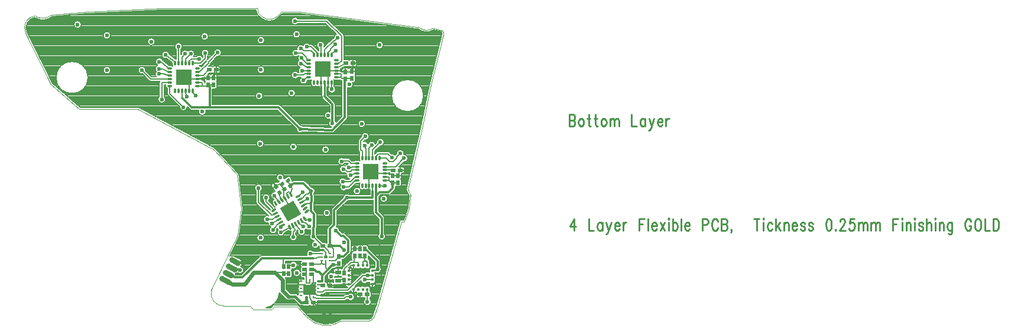
<source format=gbr>
*
*
G04 PADS 9.4.1 Build Number: 494907 generated Gerber (RS-274-X) file*
G04 PC Version=2.1*
*
%IN "MMSP_L_1.pcb"*%
*
%MOIN*%
*
%FSLAX35Y35*%
*
*
*
*
G04 PC Standard Apertures*
*
*
G04 Thermal Relief Aperture macro.*
%AMTER*
1,1,$1,0,0*
1,0,$1-$2,0,0*
21,0,$3,$4,0,0,45*
21,0,$3,$4,0,0,135*
%
*
*
G04 Annular Aperture macro.*
%AMANN*
1,1,$1,0,0*
1,0,$2,0,0*
%
*
*
G04 Odd Aperture macro.*
%AMODD*
1,1,$1,0,0*
1,0,$1-0.005,0,0*
%
*
*
G04 PC Custom Aperture Macros*
*
*
*
*
*
*
G04 PC Aperture Table*
*
%ADD010C,0.001*%
%ADD012C,0.00591*%
%ADD016C,0.01*%
%ADD018C,0.00787*%
%ADD019C,0.02362*%
%ADD020C,0.015*%
%ADD023C,0.01181*%
%ADD024C,0.01575*%
%ADD026R,0.025X0.02*%
%ADD027R,0.02X0.025*%
%ADD028R,0.035X0.024*%
%ADD029R,0.01378X0.00984*%
%ADD030R,0.00984X0.01378*%
%ADD031R,0.01575X0.01181*%
%ADD032R,0.01181X0.01575*%
%ADD033O,0.01181X0.02756*%
%ADD034O,0.02756X0.01181*%
%ADD035R,0.08661X0.08661*%
%ADD036R,0.01575X0.00984*%
%ADD037R,0.00984X0.01575*%
%ADD038C,0.03*%
%ADD039C,0.00984*%
*
*
*
*
G04 PC Circuitry*
G04 Layer Name MMSP_L_1.pcb - circuitry*
%LPD*%
*
*
G04 PC Custom Flashes*
G04 Layer Name MMSP_L_1.pcb - flashes*
%LPD*%
*
*
G04 PC Circuitry*
G04 Layer Name MMSP_L_1.pcb - circuitry*
%LPD*%
*
G54D10*
G01X1084338Y879416D02*
G75*
G03X1091450Y870727I6795J-1694D01*
G01X1084337Y879411D02*
X1084469Y879661D01*
X1084449Y879640*
X1099338Y910590*
X1101338Y925590*
X1099000Y945000*
X1086000Y959000*
X1043000Y982000*
X1010098*
X994098Y996000*
X979772Y1024917*
X985282Y1034748D02*
G03X979774Y1024913I607J-6800D01*
G01X985288Y1034748D02*
X985335Y1034744D01*
X986024Y1034055*
X986021Y1034056D02*
G03X994094Y1034883I3373J6886D01*
G01X994091Y1034881D02*
X994565Y1035356D01*
X1015000Y1037000*
X1057000Y1039000*
X1110433*
G03X1113187Y1034052I5045J-433*
G01X1113191Y1034049D02*
G03X1121065I3937J4610D01*
G01X1121067Y1034051D02*
X1124016Y1037000D01*
X1134000*
X1200197Y1028298*
X1201353*
G03X1209173Y1027455I4431J4416*
G01X1209174D02*
X1209247Y1027530D01*
X1214758Y1026365*
X1215407Y1024033D02*
G03X1214757Y1026366I-2399J589D01*
G01X1215407Y1024032D02*
X1208068Y994095D01*
X1203663Y972687*
X1195353Y936537*
X1196877Y932972*
X1193429Y918301D02*
G03X1196877Y932946I-27976J14316D01*
G01X1193432Y918307D02*
X1191535D01*
X1188000Y905000*
X1178563Y871588*
X1175919Y863986*
X1173588Y862205D02*
G03X1175920Y863988I-330J2848D01*
G01X1173585Y862205D02*
X1158055D01*
X1138351Y864223D02*
G03X1158054Y862204I11040J10587D01*
G01X1138356Y864218D02*
X1132826Y870374D01*
X1120079*
X1118356Y868651*
X1108071*
X1106275Y870448*
X1091453Y870727*
G54D12*
X1151378Y884268D02*
Y883283D01*
X1153612Y882283D02*
X1152628D01*
X1148922Y898826D02*
Y899810D01*
X1079134Y999016D02*
X1078150D01*
X1173425Y936220D02*
Y937205D01*
X1184646Y945472D02*
X1183661D01*
X1146244Y994479D02*
Y995463D01*
X1150181Y994479D02*
Y995463D01*
X1157464Y1003731D02*
X1156480D01*
X1163614Y885461D02*
X1162630D01*
X1160071Y882902D02*
X1161055D01*
X1164697Y878276D02*
Y879260D01*
X1175228Y881327D02*
Y882311D01*
X1173457Y882902D02*
X1174441D01*
X1177000D02*
X1176016D01*
X1141889Y883700D02*
Y884684D01*
X1133424Y884487D02*
X1134409D01*
X1135098Y885963D02*
Y884979D01*
X1133424Y882518D02*
X1134409D01*
X1136771D02*
X1135787D01*
X1139921Y877400D02*
Y876416D01*
X1146417Y876613D02*
X1145432D01*
X1144172Y872570D02*
X1143188D01*
X1141938Y870586D02*
Y871570D01*
X1163614Y888020D02*
X1162630D01*
X1133424Y878581D02*
X1134409D01*
X1136771D02*
X1135787D01*
X1085640Y1001768D02*
Y1000784D01*
X1087625Y999534D02*
X1086640D01*
X1119009Y937241D02*
X1119862Y937733D01*
X1119611Y940168D02*
X1120103Y939316D01*
X1163780Y1005384D02*
Y1004400D01*
X1165764Y1003150D02*
X1164780D01*
X1164173Y1005890D02*
Y1006874D01*
Y1009858D02*
Y1008874D01*
X1166407Y1007874D02*
X1165423D01*
X1158055Y1002953D02*
X1159039D01*
X1160039Y1005187D02*
Y1004203D01*
X1155929Y887395D02*
Y888379D01*
X1153195Y889579D02*
X1154179D01*
X1155929Y891764D02*
Y890779D01*
X1163341Y902807D02*
X1164325D01*
X1165325Y905041D02*
Y904057D01*
X1168210Y905102D02*
Y904118D01*
X1168447Y875128D02*
Y876113D01*
X1166212Y877113D02*
X1167197D01*
X1080682Y999426D02*
X1081666D01*
X1082666Y1001660D02*
Y1000676D01*
X1087205Y1002150D02*
Y1003134D01*
Y1006118D02*
Y1005134D01*
X1089439Y1004134D02*
X1088455D01*
X1191587Y944314D02*
X1190603D01*
X1190982Y949407D02*
Y948423D01*
X1193216Y947423D02*
X1192232D01*
X1134774Y894291D02*
X1135758D01*
X1163614Y890579D02*
X1162630D01*
X1164697Y891661D02*
Y892646D01*
G54D16*
X1127142Y940851D02*
X1128441Y941601D01*
X1127941Y942467*
X1126642Y941717*
X1127142Y940851*
X1127142*
X1126874Y941851D02*
X1128297D01*
X1127000Y941097D02*
Y941923D01*
X1128000Y941346D02*
Y942365D01*
X1123733Y938882D02*
X1125032Y939632D01*
X1124532Y940498*
X1123233Y939748*
X1123733Y938882*
X1123733*
X1123465Y939882D02*
X1124888D01*
X1124000Y939037D02*
Y940191D01*
X1125000Y939614D02*
Y939687D01*
X1121536Y937833D02*
X1120786Y939132D01*
X1120786D02*
X1119920Y938632D01*
X1119920D02*
X1120670Y937333D01*
X1121536Y937833*
X1120670Y937333D02*
X1120670D01*
X1120093Y938333D02*
X1121247D01*
X1120000Y938494D02*
Y938679D01*
X1121000Y937524D02*
Y938762D01*
X1123504Y934424D02*
X1122754Y935723D01*
X1121888Y935223*
X1122638Y933924*
X1123504Y934424*
X1122638Y933924D02*
X1122638D01*
X1122061Y934924D02*
X1123216D01*
X1122000Y935030D02*
Y935287D01*
X1123000Y934133D02*
Y935298D01*
X1128471Y937972D02*
X1129770Y938722D01*
X1129270Y939588*
X1127971Y938838*
X1128471Y937972*
X1128471*
X1128203Y938972D02*
X1129625D01*
X1128000Y938787D02*
Y938855D01*
X1129000Y938277D02*
Y939432D01*
X1125061Y936003D02*
X1126360Y936753D01*
X1125860Y937619*
X1124561Y936869*
X1125061Y936003*
X1125061*
X1124793Y937003D02*
X1126216D01*
X1125000Y936109D02*
Y937122D01*
X1126000Y936545D02*
Y937377D01*
X1130300Y929614D02*
X1123665Y925783D01*
X1127496Y919148*
X1134131Y922979*
X1130300Y929614*
X1127496Y919148D02*
X1127496D01*
X1126919Y920148D02*
X1129228D01*
X1126341Y921148D02*
X1130960D01*
X1125764Y922148D02*
X1132692D01*
X1125187Y923148D02*
X1134033D01*
X1124609Y924148D02*
X1133456D01*
X1124032Y925148D02*
X1132879D01*
X1124297Y926148D02*
X1132301D01*
X1126030Y927148D02*
X1131724D01*
X1127762Y928148D02*
X1131146D01*
X1129494Y929148D02*
X1130569D01*
X1124000Y925203D02*
Y925976D01*
X1125000Y923471D02*
Y926554D01*
X1126000Y921739D02*
Y927131D01*
X1127000Y920007D02*
Y927708D01*
X1128000Y919439D02*
Y928286D01*
X1129000Y920016D02*
Y928863D01*
X1130000Y920594D02*
Y929440D01*
X1131000Y921171D02*
Y928402D01*
X1132000Y921748D02*
Y926670D01*
X1133000Y922326D02*
Y924938D01*
X1134000Y922903D02*
Y923206D01*
X1286220Y978807D02*
Y972244D01*
Y978807D02*
X1288266D01*
X1288948Y978494*
X1289175Y978182*
X1289402Y977557*
Y976932*
X1289175Y976307*
X1288948Y975994*
X1288266Y975682*
X1286220D02*
X1288266D01*
X1288948Y975369*
X1289175Y975057*
X1289402Y974432*
Y973494*
X1289175Y972869*
X1288948Y972557*
X1288266Y972244*
X1286220*
X1292584Y976619D02*
X1292130Y976307D01*
X1291675Y975682*
X1291448Y974744*
Y974119*
X1291675Y973182*
X1292130Y972557*
X1292584Y972244*
X1293266*
X1293720Y972557*
X1294175Y973182*
X1294402Y974119*
Y974744*
X1294175Y975682*
X1293720Y976307*
X1293266Y976619*
X1292584*
X1297130Y978807D02*
Y973494D01*
X1297357Y972557*
X1297811Y972244*
X1298266*
X1296448Y976619D02*
X1298039D01*
X1300993Y978807D02*
Y973494D01*
X1301220Y972557*
X1301675Y972244*
X1302130*
X1300311Y976619D02*
X1301902D01*
X1305311D02*
X1304857Y976307D01*
X1304402Y975682*
X1304175Y974744*
Y974119*
X1304402Y973182*
X1304857Y972557*
X1305311Y972244*
X1305993*
X1306448Y972557*
X1306902Y973182*
X1307130Y974119*
Y974744*
X1306902Y975682*
X1306448Y976307*
X1305993Y976619*
X1305311*
X1309175D02*
Y972244D01*
Y975369D02*
X1309857Y976307D01*
X1310311Y976619*
X1310993*
X1311448Y976307*
X1311675Y975369*
Y972244*
Y975369D02*
X1312357Y976307D01*
X1312811Y976619*
X1313493*
X1313948Y976307*
X1314175Y975369*
Y972244*
X1321448Y978807D02*
Y972244D01*
X1324175*
X1328948Y976619D02*
Y972244D01*
Y975682D02*
X1328493Y976307D01*
X1328039Y976619*
X1327357*
X1326902Y976307*
X1326448Y975682*
X1326220Y974744*
Y974119*
X1326448Y973182*
X1326902Y972557*
X1327357Y972244*
X1328039*
X1328493Y972557*
X1328948Y973182*
X1331220Y976619D02*
X1332584Y972244D01*
X1333948Y976619D02*
X1332584Y972244D01*
X1332130Y970994*
X1331675Y970369*
X1331220Y970057*
X1330993*
X1335993Y974744D02*
X1338720D01*
Y975369*
X1338493Y975994*
X1338266Y976307*
X1337811Y976619*
X1337130*
X1336675Y976307*
X1336220Y975682*
X1335993Y974744*
Y974119*
X1336220Y973182*
X1336675Y972557*
X1337130Y972244*
X1337811*
X1338266Y972557*
X1338720Y973182*
X1340766Y976619D02*
Y972244D01*
Y974744D02*
X1340993Y975682D01*
X1341448Y976307*
X1341902Y976619*
X1342584*
X1288887Y919948D02*
X1286614Y915573D01*
X1290023*
X1288887Y919948D02*
Y913386D01*
X1297296Y919948D02*
Y913386D01*
X1300023*
X1304796Y917761D02*
Y913386D01*
Y916823D02*
X1304341Y917448D01*
X1303887Y917761*
X1303205*
X1302751Y917448*
X1302296Y916823*
X1302069Y915886*
Y915261*
X1302296Y914323*
X1302751Y913698*
X1303205Y913386*
X1303887*
X1304341Y913698*
X1304796Y914323*
X1307069Y917761D02*
X1308432Y913386D01*
X1309796Y917761D02*
X1308432Y913386D01*
X1307978Y912136*
X1307523Y911511*
X1307069Y911198*
X1306841*
X1311841Y915886D02*
X1314569D01*
Y916511*
X1314341Y917136*
X1314114Y917448*
X1313660Y917761*
X1312978*
X1312523Y917448*
X1312069Y916823*
X1311841Y915886*
Y915261*
X1312069Y914323*
X1312523Y913698*
X1312978Y913386*
X1313660*
X1314114Y913698*
X1314569Y914323*
X1316614Y917761D02*
Y913386D01*
Y915886D02*
X1316841Y916823D01*
X1317296Y917448*
X1317751Y917761*
X1318432*
X1325705Y919948D02*
Y913386D01*
Y919948D02*
X1328660D01*
X1325705Y916823D02*
X1327523D01*
X1330705Y919948D02*
Y913386D01*
X1332751Y915886D02*
X1335478D01*
Y916511*
X1335251Y917136*
X1335023Y917448*
X1334569Y917761*
X1333887*
X1333432Y917448*
X1332978Y916823*
X1332751Y915886*
Y915261*
X1332978Y914323*
X1333432Y913698*
X1333887Y913386*
X1334569*
X1335023Y913698*
X1335478Y914323*
X1337523Y917761D02*
X1340023Y913386D01*
Y917761D02*
X1337523Y913386D01*
X1342069Y919948D02*
X1342296Y919636D01*
X1342523Y919948*
X1342296Y920261*
X1342069Y919948*
X1342296Y917761D02*
Y913386D01*
X1344569Y919948D02*
Y913386D01*
Y916823D02*
X1345023Y917448D01*
X1345478Y917761*
X1346160*
X1346614Y917448*
X1347069Y916823*
X1347296Y915886*
Y915261*
X1347069Y914323*
X1346614Y913698*
X1346160Y913386*
X1345478*
X1345023Y913698*
X1344569Y914323*
X1349341Y919948D02*
Y913386D01*
X1351387Y915886D02*
X1354114D01*
Y916511*
X1353887Y917136*
X1353660Y917448*
X1353205Y917761*
X1352523*
X1352069Y917448*
X1351614Y916823*
X1351387Y915886*
Y915261*
X1351614Y914323*
X1352069Y913698*
X1352523Y913386*
X1353205*
X1353660Y913698*
X1354114Y914323*
X1361387Y919948D02*
Y913386D01*
Y919948D02*
X1363432D01*
X1364114Y919636*
X1364341Y919323*
X1364569Y918698*
Y917761*
X1364341Y917136*
X1364114Y916823*
X1363432Y916511*
X1361387*
X1370023Y918386D02*
X1369796Y919011D01*
X1369341Y919636*
X1368887Y919948*
X1367978*
X1367523Y919636*
X1367069Y919011*
X1366841Y918386*
X1366614Y917448*
Y915886*
X1366841Y914948*
X1367069Y914323*
X1367523Y913698*
X1367978Y913386*
X1368887*
X1369341Y913698*
X1369796Y914323*
X1370023Y914948*
X1372069Y919948D02*
Y913386D01*
Y919948D02*
X1374114D01*
X1374796Y919636*
X1375023Y919323*
X1375251Y918698*
Y918073*
X1375023Y917448*
X1374796Y917136*
X1374114Y916823*
X1372069D02*
X1374114D01*
X1374796Y916511*
X1375023Y916198*
X1375251Y915573*
Y914636*
X1375023Y914011*
X1374796Y913698*
X1374114Y913386*
X1372069*
X1377751Y913698D02*
X1377523Y913386D01*
X1377296Y913698*
X1377523Y914011*
X1377751Y913698*
Y913073*
X1377523Y912448*
X1377296Y912136*
X1391841Y919948D02*
Y913386D01*
X1390251Y919948D02*
X1393432D01*
X1395478D02*
X1395705Y919636D01*
X1395932Y919948*
X1395705Y920261*
X1395478Y919948*
X1395705Y917761D02*
Y913386D01*
X1400705Y916823D02*
X1400251Y917448D01*
X1399796Y917761*
X1399114*
X1398660Y917448*
X1398205Y916823*
X1397978Y915886*
Y915261*
X1398205Y914323*
X1398660Y913698*
X1399114Y913386*
X1399796*
X1400251Y913698*
X1400705Y914323*
X1402751Y919948D02*
Y913386D01*
X1405023Y917761D02*
X1402751Y914636D01*
X1403660Y915886D02*
X1405251Y913386D01*
X1407296Y917761D02*
Y913386D01*
Y916511D02*
X1407978Y917448D01*
X1408432Y917761*
X1409114*
X1409569Y917448*
X1409796Y916511*
Y913386*
X1411841Y915886D02*
X1414569D01*
Y916511*
X1414341Y917136*
X1414114Y917448*
X1413660Y917761*
X1412978*
X1412523Y917448*
X1412069Y916823*
X1411841Y915886*
Y915261*
X1412069Y914323*
X1412523Y913698*
X1412978Y913386*
X1413660*
X1414114Y913698*
X1414569Y914323*
X1419114Y916823D02*
X1418887Y917448D01*
X1418205Y917761*
X1417523*
X1416841Y917448*
X1416614Y916823*
X1416841Y916198*
X1417296Y915886*
X1418432Y915573*
X1418887Y915261*
X1419114Y914636*
Y914323*
X1418887Y913698*
X1418205Y913386*
X1417523*
X1416841Y913698*
X1416614Y914323*
X1423660Y916823D02*
X1423432Y917448D01*
X1422751Y917761*
X1422069*
X1421387Y917448*
X1421160Y916823*
X1421387Y916198*
X1421841Y915886*
X1422978Y915573*
X1423432Y915261*
X1423660Y914636*
Y914323*
X1423432Y913698*
X1422751Y913386*
X1422069*
X1421387Y913698*
X1421160Y914323*
X1432296Y919948D02*
X1431614Y919636D01*
X1431160Y918698*
X1430932Y917136*
Y916198*
X1431160Y914636*
X1431614Y913698*
X1432296Y913386*
X1432751*
X1433432Y913698*
X1433887Y914636*
X1434114Y916198*
Y917136*
X1433887Y918698*
X1433432Y919636*
X1432751Y919948*
X1432296*
X1436387Y914011D02*
X1436160Y913698D01*
X1436387Y913386*
X1436614Y913698*
X1436387Y914011*
X1438887Y918386D02*
Y918698D01*
X1439114Y919323*
X1439341Y919636*
X1439796Y919948*
X1440705*
X1441160Y919636*
X1441387Y919323*
X1441614Y918698*
Y918073*
X1441387Y917448*
X1440932Y916511*
X1438660Y913386*
X1441841*
X1446841Y919948D02*
X1444569D01*
X1444341Y917136*
X1444569Y917448*
X1445251Y917761*
X1445932*
X1446614Y917448*
X1447069Y916823*
X1447296Y915886*
X1447069Y915261*
X1446841Y914323*
X1446387Y913698*
X1445705Y913386*
X1445023*
X1444341Y913698*
X1444114Y914011*
X1443887Y914636*
X1449341Y917761D02*
Y913386D01*
Y916511D02*
X1450023Y917448D01*
X1450478Y917761*
X1451160*
X1451614Y917448*
X1451841Y916511*
Y913386*
Y916511D02*
X1452523Y917448D01*
X1452978Y917761*
X1453660*
X1454114Y917448*
X1454341Y916511*
Y913386*
X1456387Y917761D02*
Y913386D01*
Y916511D02*
X1457069Y917448D01*
X1457523Y917761*
X1458205*
X1458660Y917448*
X1458887Y916511*
Y913386*
Y916511D02*
X1459569Y917448D01*
X1460023Y917761*
X1460705*
X1461160Y917448*
X1461387Y916511*
Y913386*
X1468660Y919948D02*
Y913386D01*
Y919948D02*
X1471614D01*
X1468660Y916823D02*
X1470478D01*
X1473660Y919948D02*
X1473887Y919636D01*
X1474114Y919948*
X1473887Y920261*
X1473660Y919948*
X1473887Y917761D02*
Y913386D01*
X1476160Y917761D02*
Y913386D01*
Y916511D02*
X1476841Y917448D01*
X1477296Y917761*
X1477978*
X1478432Y917448*
X1478660Y916511*
Y913386*
X1480705Y919948D02*
X1480932Y919636D01*
X1481160Y919948*
X1480932Y920261*
X1480705Y919948*
X1480932Y917761D02*
Y913386D01*
X1485705Y916823D02*
X1485478Y917448D01*
X1484796Y917761*
X1484114*
X1483432Y917448*
X1483205Y916823*
X1483432Y916198*
X1483887Y915886*
X1485023Y915573*
X1485478Y915261*
X1485705Y914636*
Y914323*
X1485478Y913698*
X1484796Y913386*
X1484114*
X1483432Y913698*
X1483205Y914323*
X1487751Y919948D02*
Y913386D01*
Y916511D02*
X1488432Y917448D01*
X1488887Y917761*
X1489569*
X1490023Y917448*
X1490251Y916511*
Y913386*
X1492296Y919948D02*
X1492523Y919636D01*
X1492751Y919948*
X1492523Y920261*
X1492296Y919948*
X1492523Y917761D02*
Y913386D01*
X1494796Y917761D02*
Y913386D01*
Y916511D02*
X1495478Y917448D01*
X1495932Y917761*
X1496614*
X1497069Y917448*
X1497296Y916511*
Y913386*
X1502069Y917761D02*
Y912761D01*
X1501841Y911823*
X1501614Y911511*
X1501160Y911198*
X1500478*
X1500023Y911511*
X1502069Y916823D02*
X1501614Y917448D01*
X1501160Y917761*
X1500478*
X1500023Y917448*
X1499569Y916823*
X1499341Y915886*
Y915261*
X1499569Y914323*
X1500023Y913698*
X1500478Y913386*
X1501160*
X1501614Y913698*
X1502069Y914323*
X1512751Y918386D02*
X1512523Y919011D01*
X1512069Y919636*
X1511614Y919948*
X1510705*
X1510251Y919636*
X1509796Y919011*
X1509569Y918386*
X1509341Y917448*
Y915886*
X1509569Y914948*
X1509796Y914323*
X1510251Y913698*
X1510705Y913386*
X1511614*
X1512069Y913698*
X1512523Y914323*
X1512751Y914948*
Y915886*
X1511614D02*
X1512751D01*
X1516160Y919948D02*
X1515705Y919636D01*
X1515251Y919011*
X1515023Y918386*
X1514796Y917448*
Y915886*
X1515023Y914948*
X1515251Y914323*
X1515705Y913698*
X1516160Y913386*
X1517069*
X1517523Y913698*
X1517978Y914323*
X1518205Y914948*
X1518432Y915886*
Y917448*
X1518205Y918386*
X1517978Y919011*
X1517523Y919636*
X1517069Y919948*
X1516160*
X1520478D02*
Y913386D01*
X1523205*
X1525251Y919948D02*
Y913386D01*
Y919948D02*
X1526841D01*
X1527523Y919636*
X1527978Y919011*
X1528205Y918386*
X1528432Y917448*
Y915886*
X1528205Y914948*
X1527978Y914323*
X1527523Y913698*
X1526841Y913386*
X1525251*
G54D18*
X1147835Y866732D02*
X1141996Y872570D01*
X1151772Y866929D02*
X1154134D01*
X1139921Y885373D02*
Y883661D01*
X1137952*
Y885373*
X1140491Y882283D02*
X1141889Y883681D01*
Y885373*
X1140491Y882283D02*
X1137194D01*
X1136959Y882518*
X1135098*
X1130512Y885433D02*
Y890267D01*
X1134536Y894291*
X1137008*
X1133465Y884487D02*
X1135098D01*
X1137952Y885373D02*
X1137855D01*
Y888583*
X1137008*
X1135098Y882518D02*
X1133465D01*
Y884487*
X1139921Y875727D02*
Y877400D01*
X1140079Y877559*
X1142630*
X1157614Y881283D02*
X1159232Y882902D01*
X1161843*
X1157614Y881283D02*
X1150787D01*
X1149803Y882268*
X1159195Y874803D02*
X1160179Y875787D01*
X1162992*
X1159195Y874803D02*
X1143504D01*
X1141889Y875473*
Y875727*
X1141996Y872570D02*
X1162837D01*
X1165157Y874890*
Y877250*
X1149803Y882268D02*
X1151362D01*
X1151378Y882283*
X1149803Y882268D02*
Y888298D01*
X1151084Y889579*
X1155929*
X1147441Y882283D02*
X1147244Y882480D01*
Y882518*
X1144743*
X1141889Y885373D02*
X1141792D01*
Y888583*
X1140945*
X1144743Y876613D02*
X1148978D01*
X1149803Y877165*
X1144743Y876613D02*
X1144716D01*
X1142913Y877276*
X1142630Y877559*
X1144743Y878581D02*
X1147282D01*
X1148228Y879528*
X1161389*
X1169853Y887992*
X1172638*
X1159428Y885334D02*
Y885586D01*
X1141996Y872570D02*
X1141938D01*
X1141368*
X1139921Y875641*
Y875727*
X1155929Y884779D02*
Y885586D01*
X1159428*
X1175485Y882842D02*
X1180315Y887671D01*
Y897496*
X1175485Y882842D02*
X1175228D01*
Y882902*
X1164173Y888020D02*
Y890579D01*
X1164697Y891102*
Y893433*
X1161843Y888020D02*
X1164173D01*
Y885461*
X1164658Y880283D02*
X1165945Y881569D01*
Y881661*
X1167185Y882902*
X1175228*
X1165157Y877250D02*
X1164697Y877710D01*
Y880047*
X1172638Y887992D02*
Y888020D01*
X1175228*
X1172441Y873031D02*
Y877113D01*
X1172384*
X1170866Y885433D02*
Y885461D01*
X1175228*
X1161843D02*
X1164173D01*
X1161843Y882902D02*
X1162795D01*
X1164173Y884280*
Y885461*
X1164697Y880047D02*
X1164658D01*
Y880283*
X1172384Y877113D02*
X1172374D01*
Y880047*
X1102362Y894094D02*
X1098967Y895170D01*
X1097638Y895866*
X1137864Y891345D02*
X1137008D01*
X1140354Y900197D02*
X1144291D01*
X1144397Y900303*
X1146521*
X1127919Y888875D02*
X1125214D01*
Y888896*
X1127919Y892812D02*
Y893659D01*
X1130709Y893701*
X1125214Y888896D02*
Y889523D01*
X1121807*
X1120276Y889567*
X1125214Y892833D02*
X1125000D01*
Y897638*
X1137008Y888583D02*
X1137864D01*
Y891345*
X1156394Y894664D02*
Y893808D01*
X1153346*
Y893898*
X1141929Y897638D02*
X1143701D01*
X1144397Y898334*
X1146521*
Y894889D02*
Y896366D01*
X1148886Y894094D02*
Y896070D01*
X1148922*
X1148886Y894094D02*
X1147315D01*
X1146521Y894889*
X1150000Y891021D02*
X1148886Y892135D01*
Y894094*
X1153289Y902800D02*
X1151593Y904496D01*
X1151324Y896366D02*
X1154408D01*
X1156394Y898351*
Y898601*
X1151324Y898334D02*
X1153096D01*
X1153289Y898528*
Y902800*
X1151324Y900303D02*
X1150973D01*
X1150271Y901921*
X1147676Y904516*
X1148922Y900598D02*
Y900893D01*
X1147453Y902362*
X1142717*
X1139567Y905512*
X1159428Y889271D02*
Y891505D01*
X1163198Y895276*
X1164951*
X1147406Y904496D02*
X1147216D01*
X1141899Y909813*
X1147406Y904496D02*
Y904516D01*
X1147676*
X1155929Y889579D02*
Y891764D01*
X1156291Y892126*
X1157930*
X1162402Y896598*
Y899633*
X1165325Y902557*
Y902807*
X1140945Y894291D02*
X1145930D01*
X1146521Y894882*
Y894889*
X1170972Y898075D02*
X1168816D01*
Y898931*
X1168210*
X1178150Y890945D02*
Y891339D01*
X1171783Y895866D02*
X1170972Y896678D01*
Y898075*
X1171783Y895866D02*
X1172374Y895276D01*
Y895866*
X1171783*
X1170972Y898075D02*
Y898931D01*
X1164951Y895276D02*
Y898870D01*
X1165325*
X1168210Y902868D02*
X1165338D01*
Y905041*
X1165416Y905118*
Y907283*
X1165748*
X1180315Y897496D02*
X1179134Y898677D01*
Y906102*
X1172374Y893433D02*
Y895276D01*
X1169815Y893433D02*
Y895866D01*
X1171783*
X1167256Y893433D02*
Y895205D01*
X1167185Y895276*
X1164951*
X1161843Y890579D02*
X1162236D01*
Y892350*
X1163319Y893433*
X1164697*
X1175228Y890579D02*
Y890945D01*
X1165325Y902807D02*
Y902868D01*
X1165338*
X1165325Y902807D02*
X1165338D01*
Y902868*
X1119618Y924706D02*
X1119618D01*
X1118831Y926070*
X1115354Y929546*
Y931890*
X1120603Y923001D02*
X1118557Y921820D01*
X1111024Y929353*
Y937402*
X1119291Y913583D02*
X1121510Y916706D01*
X1123555Y917887*
X1118701Y917323D02*
X1121889Y919198D01*
X1122571Y919591*
X1115945Y919685D02*
X1119111D01*
X1119541Y920115*
X1121587Y921296*
X1136269Y927362D02*
X1138315Y928543D01*
X1140748*
X1136269Y927362D02*
X1136209Y927465D01*
X1129750Y924873D02*
X1127093Y929476D01*
Y929548*
X1126995Y929646*
X1126207Y931010*
X1125813Y931692*
X1135279Y918973D02*
X1135392Y919038D01*
X1131459Y913301D02*
Y914040D01*
X1130672Y915403*
X1130278Y916085*
X1128590Y915073D02*
X1128573Y915101D01*
X1139567Y915551D02*
X1137543Y917575D01*
X1137327*
X1135725Y918201*
X1135279Y918973*
X1130709Y909646D02*
Y912550D01*
X1131459Y913301*
X1139961Y919094D02*
X1137491Y919340D01*
X1137097Y920022*
X1123622Y912205D02*
X1128590Y915073D01*
X1123673Y915227D02*
X1123858Y915788D01*
X1124540Y916182*
X1136417Y915551D02*
X1134081Y917372D01*
X1133688Y918054*
X1135236Y912598D02*
X1132376Y916388D01*
X1131983Y917070*
X1128898Y924381D02*
X1129750Y924873D01*
X1141899Y909813D02*
X1141929Y909843D01*
X1120728Y938233D02*
X1122446Y939225D01*
X1122911Y939690*
X1124132*
X1129862Y937061D02*
X1129115Y933871D01*
X1128719Y934646*
X1128325Y935328*
X1125461Y936811D02*
X1124438Y937834D01*
Y939385*
X1124132Y939690*
X1128995Y938852D02*
X1127417Y941586D01*
X1129111Y933854D02*
X1129115Y933871D01*
X1129862Y937061D02*
X1128870Y938780D01*
X1126620Y934343D02*
X1128325Y935328D01*
X1125197Y934055D02*
Y935433D01*
X1125461Y936811*
X1127417Y941586D02*
X1127542Y941659D01*
X1122171Y934520D02*
X1122696Y934823D01*
X1135225Y929170D02*
X1135907Y929564D01*
X1138583Y931299*
X1134241Y930875D02*
X1136287Y932056D01*
X1136417Y932187*
Y932196*
X1138003Y933782*
X1138900*
X1140748Y935630*
X1133257Y932580D02*
X1133938Y932974D01*
X1135827Y934843*
X1129111Y933854D02*
X1129223Y933661D01*
X1129115Y933871*
X1127518Y932676D02*
X1127014Y933661D01*
X1126620Y934343*
X1125813Y931692D02*
X1125420Y932374D01*
X1125197Y934055*
X1124109Y930708D02*
X1123715Y931390D01*
X1122599Y933779*
X1122171Y934520*
X1122404Y929724D02*
X1122010Y930405D01*
X1120079Y933071*
X1158465Y940945D02*
X1162930D01*
X1165619Y943633*
X1166535*
X1159055Y937795D02*
X1162008D01*
X1165748Y941535*
X1166535*
X1162992Y946654D02*
X1163780Y947441D01*
X1166535*
X1162992Y946654D02*
X1160827D01*
X1159449Y948031*
X1158858*
X1175394Y935630D02*
Y938583D01*
X1162795Y944488D02*
X1165748Y945472D01*
X1166535*
Y943504D02*
Y943633D01*
X1173425Y938583D02*
Y946457D01*
X1174409*
X1182283Y938583D02*
Y938386D01*
X1179331Y938583*
X1184646Y941535D02*
Y943504D01*
X1182283*
Y941535D02*
X1184646D01*
X1182283Y945472D02*
X1174409D01*
Y946457*
X1186787Y944321D02*
Y945119D01*
X1183071Y945472*
X1182283*
X1186787Y940384D02*
X1186620Y940551D01*
X1185630*
X1184646Y941535*
X1189603Y944314D02*
X1190175D01*
Y947423*
X1190982*
X1189603Y944314D02*
X1186787D01*
Y944321*
X1189603Y940377D02*
Y940384D01*
X1186787*
X1187045Y947423D02*
Y947424D01*
X1182283*
Y947441*
X1157874Y952362D02*
Y952756D01*
X1161811*
X1173272Y960083D02*
X1174803Y961614D01*
X1177233Y955247D02*
X1178678Y956693D01*
X1184055*
X1168701Y963976D02*
X1171260Y966535D01*
X1161811Y948819D02*
X1165748Y949409D01*
X1166535*
Y951378D02*
X1163189D01*
X1161811Y952756*
X1177362Y954331D02*
X1177233D01*
Y955247*
X1175394Y954331D02*
Y958858D01*
X1179724Y963189*
X1173425Y954331D02*
Y958268D01*
X1173272Y958421*
Y960083*
X1171457Y954331D02*
Y959252D01*
X1170866Y961417*
X1169488Y954331D02*
Y958213D01*
X1168701Y959000*
Y963976*
X1187117Y952362D02*
X1188900Y954145D01*
Y954845*
X1190945Y956890*
X1187117Y952362D02*
X1184819D01*
X1182850Y954331*
X1179331*
X1186220Y954528D02*
X1184055Y956693D01*
X1182283Y949409D02*
X1188386D01*
X1193110Y954134*
X1056496Y987402D02*
Y997047D01*
X1061024*
X1067913Y988276D02*
Y992126D01*
X1068701Y983071D02*
X1061024Y990748D01*
Y995079*
X1077688Y1002823D02*
X1082797Y1007932D01*
Y1008585*
X1087992Y1013780*
X1077688Y1002823D02*
X1076772D01*
Y1002953*
Y999016D02*
X1071850D01*
Y1000000*
X1068898*
X1071850Y999016D02*
X1068898D01*
Y1000000*
X1079331Y995079D02*
X1082666D01*
Y995253*
X1079331Y995079D02*
Y997047D01*
X1076772*
X1070669Y988976D02*
X1069882Y991339D01*
Y992126*
X1075787Y989567D02*
X1073819Y991339D01*
Y992126*
X1061024Y1004921D02*
X1060236D01*
X1057283Y1007677*
X1056102Y1008465*
X1055118Y1008661*
X1061024Y1002953D02*
X1060236D01*
X1056890Y1004724*
X1054921*
X1061024Y1000984D02*
X1060236D01*
X1057283Y1001772*
X1054921*
X1061024Y999016D02*
X1050197D01*
X1045276Y1003937*
X1071850Y992126D02*
Y999016D01*
X1076772Y995079D02*
X1079331D01*
X1076772Y999016D02*
Y999190D01*
X1082666*
Y999426*
X1076772Y1000984D02*
X1079868D01*
X1083018Y1004134*
X1083268*
X1073819Y1007874D02*
X1078259D01*
X1080906Y1010520*
Y1013583*
X1071850Y1007874D02*
X1071721D01*
Y1008791*
X1069882Y1007874D02*
Y1010236D01*
X1072835Y1013189*
X1067913Y1007874D02*
Y1011417D01*
X1069685Y1013189*
X1065945Y1007874D02*
Y1017323D01*
X1063976Y1007874D02*
Y1008661D01*
X1060433Y1011417*
X1058661Y1012598*
X1083465Y994455D02*
X1082666Y995253D01*
Y995489*
X1085640Y999534D02*
X1086247D01*
Y1000390*
X1086368Y1004134*
X1087205*
X1082666Y999426D02*
Y999534D01*
X1085640*
X1082666Y995489D02*
X1085640D01*
Y995597*
X1139354Y1007668D02*
Y1007539D01*
X1138437*
X1135291Y1010685*
X1131693Y1001181D02*
X1136220D01*
X1136802Y1001763*
X1139354*
X1136417Y998228D02*
X1138567Y999794D01*
X1139354*
Y1005700D02*
X1138567D01*
X1135039Y1007677*
X1139354Y1003731D02*
X1138567D01*
X1135630Y1003740*
X1155102Y1007668D02*
Y1007539D01*
X1156019*
X1157874Y1009394*
X1155102Y1003731D02*
X1150181D01*
X1147228*
Y1004715*
X1150181Y1003731D02*
Y1004715D01*
X1147228*
X1160039Y999203D02*
Y999213D01*
X1163780*
X1160039Y999203D02*
X1158055D01*
X1157464Y999794*
X1157480D02*
Y1001763D01*
X1155102*
X1157480Y999794D02*
X1157464D01*
X1152362Y993110D02*
X1152149Y996054D01*
Y996841*
X1146244D02*
Y1004715D01*
X1147228*
X1150181Y996841D02*
Y1003731D01*
X1155102Y999794D02*
X1157464D01*
X1155102Y1005700D02*
X1155890D01*
X1159380Y1007268*
X1160236*
Y1007874*
X1160039Y1002953D02*
X1163780D01*
Y1003150*
X1160039Y1002953D02*
Y1003140D01*
X1158055*
X1157464Y1003731*
X1155102*
X1160039Y999016D02*
Y999203D01*
X1164386Y1007874D02*
X1164173D01*
X1163780Y1003150D02*
X1164386D01*
Y1007874*
X1071721Y1008791D02*
X1073167Y1010236D01*
X1077559*
X1135291Y1010685D02*
X1135433Y1010827D01*
X1139354Y1009637D02*
X1138567D01*
X1138102Y1011220*
X1135739Y1013583*
X1132087*
X1157874Y1009394D02*
Y1023141D01*
X1149322Y1031693*
X1131693*
X1150052Y1013506D02*
X1151772Y1015226D01*
Y1015945*
X1154331Y1018504*
X1144405Y1012589D02*
Y1013506D01*
X1140785Y1017126*
X1138189*
X1144405Y1012589D02*
X1144275D01*
X1152149D02*
Y1013377D01*
X1154528Y1014961*
X1150181Y1012589D02*
X1150052D01*
Y1013506*
X1148212Y1012589D02*
Y1015448D01*
X1153456Y1020691*
X1153959*
X1155512Y1022244*
X1155709*
X1146244Y1012589D02*
X1146184D01*
Y1018110*
X1146063*
X1142307Y1012589D02*
Y1013377D01*
X1140723Y1014961*
X1136724*
X1134843Y1016142*
X1204134Y989567D02*
G03X1204134I-9055J0D01*
G01X1181496Y1018110D02*
G03X1181496I-2165J0D01*
G01X1171457Y973622D02*
G03X1171457I-2166J0D01*
G01X1151772Y923228D02*
G03X1151772I-2166J0D01*
G01X1150984Y959055D02*
G03X1150984I-2165J0D01*
G01X1132874Y960630D02*
G03X1132874I-2165J0D01*
G01X1114173Y962402D02*
G03X1114173I-2165J0D01*
G01X1113583Y989370D02*
G03X1113583I-2166J0D01*
G01X1114567Y1004134D02*
G03X1114567I-2165J0D01*
G01Y1020866D02*
G03X1114567I-2165J0D01*
G01X1082874Y1023031D02*
G03X1082874I-2165J0D01*
G01X1052756Y1020079D02*
G03X1052756I-2165J0D01*
G01X1027756Y1003937D02*
G03X1027756I-2165J0D01*
G01Y1023622D02*
G03X1027756I-2165J0D01*
G01X1014961Y999803D02*
G03X1014961I-9055J0D01*
G01X1011220Y1029724D02*
G03X1011220I-2165J0D01*
G01X1114370Y909252D02*
G03X1114370I-2165J0D01*
G01X1131890Y990945D02*
G03X1131890I-2166J0D01*
G01X1134646Y1024213D02*
G03X1134646I-2166J0D01*
G01X1214451Y1024267D02*
G03X1214227Y1025471I-1443J355D01*
G01X1214227D02*
X1209464Y1026478D01*
X1200961Y1027314D02*
G03X1209464Y1026478I4823J5400D01*
G01X1200961Y1027314D02*
X1200197D01*
X1200069Y1027322D02*
G03X1200197Y1027314I128J976D01*
G01X1200069Y1027322D02*
X1133936Y1036016D01*
X1124423*
X1121763Y1033355*
X1121706Y1033303D02*
G03X1121763Y1033355I-639J748D01*
G01X1112639Y1033228D02*
G03X1121706Y1033303I4489J5431D01*
G01X1109456Y1038016D02*
G03X1112639Y1033228I6022J551D01*
G01X1109456Y1038016D02*
X1057023D01*
X1015063Y1036018*
X995005Y1034404*
X994787Y1034185*
X994693Y1034103D02*
G03X994787Y1034185I-602J778D01*
G01X985591Y1033171D02*
G03X994693Y1034103I3803J7771D01*
G01X985328Y1033359D02*
G03X985591Y1033171I696J696D01*
G01X985328Y1033359D02*
X984969Y1033718D01*
G03X980654Y1025354I920J-5770*
G01X994894Y996612*
X1010468Y982984*
X1043000*
X1043464Y982868D02*
G03X1043000Y982984I-464J-868D01*
G01X1043464Y982868D02*
X1086464Y959868D01*
X1086721Y959670D02*
G03X1086464Y959868I-721J-670D01*
G01X1086721Y959670D02*
X1099721Y945670D01*
X1099977Y945118D02*
G03X1099721Y945670I-977J-118D01*
G01X1099977Y945118D02*
X1102316Y925707D01*
X1102314Y925459D02*
G03X1102316Y925707I-976J131D01*
G01X1102314Y925459D02*
X1100314Y910459D01*
X1100225Y910163D02*
G03X1100314Y910459I-887J427D01*
G01X1100225Y910163D02*
X1094894Y899080D01*
X1097019Y898995D02*
G03X1094894Y899080I-1153J-2201D01*
G01X1097019Y898995D02*
X1100562Y897139D01*
X1101039Y893063D02*
G03X1100562Y897139I-1630J1875D01*
G01X1099056Y889417D02*
G03X1101039Y893063I1535J1528D01*
G01X1097931Y888939D02*
G03X1099056Y889417I-378J2456D01*
G01X1098117Y888414D02*
G03X1097931Y888939I-2420J-563D01*
G01X1098117Y888414D02*
X1101345D01*
X1111682Y898751*
X1112795Y899213D02*
G03X1111682Y898751I0J-1575D01*
G01X1112795Y899213D02*
X1125000D01*
X1138426*
X1142025Y901575D02*
G03X1138426Y899213I-1671J-1378D01*
G01X1142025Y901575D02*
X1143868D01*
X1144397Y901681D02*
G03X1143868Y901575I0J-1378D01*
G01X1144397Y901681D02*
X1145304D01*
X1145733Y901779D02*
G03X1145304Y901681I0J-984D01*
G01X1145733Y901779D02*
X1147308D01*
X1147519Y901756D02*
G03X1147308Y901779I-211J-961D01*
G01X1147982Y902261D02*
G03X1147519Y901756I448J-876D01*
G01X1147982Y902261D02*
X1147731Y902512D01*
X1146156*
X1145172Y903496D02*
G03X1146156Y902512I984J-0D01*
G01X1145172Y903496D02*
Y904591D01*
X1145156Y904607*
X1142402Y907361D02*
G03X1145156Y904607I708J-2046D01*
G01X1142402Y907361D02*
X1142081Y907682D01*
X1140354Y911329D02*
G03X1142081Y907682I1575J-1486D01*
G01X1140354Y911329D02*
Y913534D01*
X1137992Y914065D02*
G03X1140354Y913534I1575J1486D01*
G01X1137191Y913529D02*
G03X1137992Y914065I-774J2022D01*
G01X1133130Y913102D02*
G03X1137191Y913529I2106J-504D01*
G01X1133130Y913102D02*
X1132837Y913490D01*
Y913301*
X1132433Y912326D02*
G03X1132837Y913301I-974J975D01*
G01X1132433Y912326D02*
X1132087Y911979D01*
Y911316*
X1129331D02*
G03X1132087I1378J-1670D01*
G01X1129331D02*
Y912550D01*
X1129375Y912898D02*
G03X1129331Y912550I1334J-348D01*
G01X1128026Y913156D02*
G03X1129375Y912898I941J1263D01*
G01X1128026Y913156D02*
X1125758Y911847D01*
X1122097Y913742D02*
G03X1125758Y911847I1525J-1537D01*
G01X1121634Y914501D02*
G03X1122097Y913742I2039J726D01*
G01X1121634Y914501D02*
X1121382Y914146D01*
X1117958Y915289D02*
G03X1121382Y914146I1333J-1706D01*
G01X1116554Y917607D02*
G03X1117958Y915289I2147J-284D01*
G01X1116722Y921706D02*
G03X1116554Y917607I-777J-2021D01*
G01X1116722Y921706D02*
X1110049Y928379D01*
X1109646Y929353D02*
G03X1110049Y928379I1378J0D01*
G01X1109646Y929353D02*
Y935731D01*
X1112402D02*
G03X1109646I-1378J1671D01*
G01X1112402D02*
Y929924D01*
X1117462Y924864*
X1117684Y925267D02*
G03X1117462Y924864I1252J-955D01*
G01X1117684Y925267D02*
X1114380Y928572D01*
X1113976Y929546D02*
G03X1114380Y928572I1378J0D01*
G01X1113976Y929546D02*
Y930219D01*
X1116732D02*
G03X1113976I-1378J1671D01*
G01X1116732D02*
Y930117D01*
X1119805Y927044*
X1120024Y926759D02*
G03X1119805Y927044I-1193J-689D01*
G01X1120024Y926759D02*
X1120082Y926659D01*
X1120320Y926674D02*
G03X1120082Y926659I-20J-1575D01*
G01X1120323Y926684D02*
G03X1120320Y926674I379J-107D01*
G01X1119729Y927270D02*
G03X1120323Y926684I1364J787D01*
G01X1119729Y927270D02*
X1118942Y928634D01*
X1119824Y930921D02*
G03X1118942Y928634I481J-1500D01*
G01X1120237Y935230D02*
G03X1119824Y930921I-158J-2159D01*
G01X1120264Y935692D02*
G03X1120237Y935230I941J-286D01*
G01X1119634Y936158D02*
G03X1120264Y935692I853J492D01*
G01X1119634Y936158D02*
X1118384Y938323D01*
X1118745Y939668D02*
G03X1118384Y938323I492J-852D01*
G01X1118745Y939668D02*
X1120477Y940668D01*
X1121717Y940455D02*
G03X1120477Y940668I-748J-639D01*
G01X1122058Y940784D02*
G03X1121717Y940455I492J-853D01*
G01X1122058Y940784D02*
X1122765Y941192D01*
X1125279Y942611D02*
G03X1122765Y941192I-2051J696D01*
G01X1125467Y942752D02*
G03X1125279Y942611I492J-852D01*
G01X1125467Y942752D02*
X1127632Y944002D01*
X1128977Y943642D02*
G03X1127632Y944002I-853J-492D01*
G01X1128977Y943642D02*
X1129977Y941910D01*
X1130103Y941310D02*
G03X1129977Y941910I-979J108D01*
G01X1130103Y941310D02*
X1130188Y941359D01*
X1130976Y941570D02*
G03X1130188Y941359I-0J-1575D01*
G01X1130976Y941570D02*
X1136383D01*
X1137496Y941109D02*
G03X1136383Y941570I-1113J-1114D01*
G01X1137496Y941109D02*
X1140811Y937794D01*
X1142323Y934144D02*
G03X1140811Y937794I-1575J1486D01*
G01X1142323Y934144D02*
Y933733D01*
X1142520Y932971D02*
G03X1142323Y933733I-1575J-0D01*
G01X1142520Y932971D02*
Y930315D01*
X1142510Y930141D02*
G03X1142520Y930315I-1565J174D01*
G01X1142510Y930141D02*
X1142323Y928456D01*
Y924862*
X1143436Y923748*
X1143898Y922635D02*
G03X1143436Y923748I-1575J-0D01*
G01X1143898Y922635D02*
Y915357D01*
X1143504Y914316D02*
G03X1143898Y915357I-1181J1041D01*
G01X1143504Y914316D02*
Y911329D01*
X1144079Y909582D02*
G03X1143504Y911329I-2150J261D01*
G01X1144079Y909582D02*
X1147180Y906480D01*
X1148656*
X1149375Y906169D02*
G03X1148656Y906480I-719J-673D01*
G01X1149768Y906425D02*
G03X1149375Y906169I325J-929D01*
G01X1149768Y906425D02*
Y914151D01*
X1150230Y915264D02*
G03X1149768Y914151I1113J-1113D01*
G01X1150230Y915264D02*
X1152165Y917200D01*
Y924803*
X1152627Y925917D02*
G03X1152165Y924803I1113J-1114D01*
G01X1152627Y925917D02*
X1155776Y929066D01*
X1158662Y931952*
X1162313Y933465D02*
G03X1158662Y931952I-1486J-1575D01*
G01X1162313Y933465D02*
X1166522D01*
X1168032Y937194D02*
G03X1166522Y933465I-1497J-1564D01*
G01X1167913Y937795D02*
G03X1168032Y937194I1575J0D01*
G01X1167913Y937795D02*
Y939370D01*
X1168135Y940175D02*
G03X1167913Y939370I1353J-805D01*
G01X1168128Y940182D02*
G03X1168135Y940175I281J275D01*
G01X1167323Y939961D02*
G03X1168128Y940182I-0J1574D01*
G01X1167323Y939961D02*
X1166122D01*
X1162982Y936821*
X1162008Y936417D02*
G03X1162982Y936821I-0J1378D01*
G01X1162008Y936417D02*
X1160725D01*
X1157328Y939102D02*
G03X1160725Y936417I1727J-1307D01*
G01X1160135Y942323D02*
G03X1157328Y939102I-1670J-1378D01*
G01X1160135Y942323D02*
X1162360D01*
X1162397Y942360*
X1160778Y945276D02*
G03X1162397Y942360I2017J-788D01*
G01X1159852Y945679D02*
G03X1160778Y945276I975J975D01*
G01X1159852Y945679D02*
X1159551Y945980D01*
X1159939Y949908D02*
G03X1159551Y945980I-1081J-1877D01*
G01X1161641Y950978D02*
G03X1159939Y949908I170J-2159D01*
G01X1161641Y950978D02*
X1161240Y951378D01*
X1159803*
X1159119Y954134D02*
G03X1159803Y951378I-1245J-1772D01*
G01X1159119Y954134D02*
X1161811D01*
X1162785Y953730D02*
G03X1161811Y954134I-974J-974D01*
G01X1162785Y953730D02*
X1163760Y952756D01*
X1164986*
X1165748Y952953D02*
G03X1164986Y952756I0J-1575D01*
G01X1165748Y952953D02*
X1167323D01*
X1168128Y952732D02*
G03X1167323Y952953I-805J-1354D01*
G01X1168135Y952739D02*
G03X1168128Y952732I274J-282D01*
G01X1167913Y953543D02*
G03X1168135Y952739I1575J0D01*
G01X1167913Y953543D02*
Y955118D01*
X1168110Y955881D02*
G03X1167913Y955118I1378J-763D01*
G01X1168110Y955881D02*
Y957642D01*
X1167726Y958026*
X1167323Y959000D02*
G03X1167726Y958026I1378J0D01*
G01X1167323Y959000D02*
Y963976D01*
X1167726Y964951D02*
G03X1167323Y963976I975J-975D01*
G01X1167726Y964951D02*
X1169104Y966329D01*
X1171053Y964380D02*
G03X1169104Y966329I207J2155D01*
G01X1171053Y964380D02*
X1170125Y963452D01*
X1172790Y962411D02*
G03X1170125Y963452I-1924J-994D01*
G01X1176864Y962278D02*
G03X1172790Y962411I-2061J-664D01*
G01X1176864Y962278D02*
X1177569Y962982D01*
X1179518Y961033D02*
G03X1177569Y962982I206J2156D01*
G01X1179518Y961033D02*
X1176772Y958287D01*
Y956735*
X1177704Y957667*
X1178678Y958071D02*
G03X1177704Y957667I0J-1378D01*
G01X1178678Y958071D02*
X1184055D01*
X1185029Y957667D02*
G03X1184055Y958071I-974J-974D01*
G01X1185029Y957667D02*
X1186014Y956683D01*
X1187944Y955838D02*
G03X1186014Y956683I-1724J-1310D01*
G01X1187944Y955838D02*
X1188789Y956683D01*
X1193028Y956298D02*
G03X1188789Y956683I-2083J592D01*
G01X1192904Y951978D02*
G03X1193028Y956298I206J2156D01*
G01X1192904Y951978D02*
X1190332Y949407D01*
X1192232*
X1193216Y948423D02*
G03X1192232Y949407I-984J-0D01*
G01X1193216Y948423D02*
Y946423D01*
X1192232Y945439D02*
G03X1193216Y946423I0J984D01*
G01X1192232Y945439D02*
X1191587D01*
Y943064*
X1191276Y942345D02*
G03X1191587Y943064I-673J719D01*
G01Y941627D02*
G03X1191276Y942345I-984J-0D01*
G01X1191587Y941627D02*
Y939127D01*
X1190603Y938142D02*
G03X1191587Y939127I-0J985D01*
G01X1190603Y938142D02*
X1188603D01*
X1188362Y938172D02*
G03X1188603Y938142I241J955D01*
G01X1188362Y938172D02*
Y937378D01*
X1187901Y936264D02*
G03X1188362Y937378I-1114J1114D01*
G01X1187901Y936264D02*
X1185562Y933926D01*
X1184449Y933465D02*
G03X1185562Y933926I-0J1574D01*
G01X1184449Y933465D02*
X1181706D01*
X1181679D02*
G03X1181706I14J-2166D01*
G01X1181679D02*
X1179983D01*
X1178937Y932419*
Y924176*
X1181625Y921488*
X1182087Y920374D02*
G03X1181625Y921488I-1575J0D01*
G01X1182087Y920374D02*
Y911526D01*
X1178937D02*
G03X1182087I1575J-1487D01*
G01X1178937D02*
Y919722D01*
X1176249Y922410*
X1175787Y923524D02*
G03X1176249Y922410I1575J-0D01*
G01X1175787Y923524D02*
Y930365D01*
X1175394Y930315D02*
G03X1175787Y930365I-0J1575D01*
G01X1175394Y930315D02*
X1162313D01*
X1160889Y929725D02*
G03X1162313Y930315I-62J2165D01*
G01X1160889Y929725D02*
X1158003Y926839D01*
X1155315Y924151*
Y916548*
X1154928Y915514D02*
G03X1155315Y916548I-1188J1034D01*
G01X1156692Y913448D02*
G03X1154928Y915514I-2164J-62D01*
G01X1156692Y913448D02*
X1158180Y911960D01*
X1158900*
X1160014Y911499D02*
G03X1158900Y911960I-1114J-1114D01*
G01X1160014Y911499D02*
X1162728Y908785D01*
X1163189Y907671D02*
G03X1162728Y908785I-1575J0D01*
G01X1163189Y907671D02*
Y901384D01*
X1162728Y900270D02*
G03X1163189Y901384I-1114J1114D01*
G01X1162728Y900270D02*
X1159945Y897488D01*
X1158832Y897027D02*
G03X1159945Y897488I-0J1574D01*
G01X1158832Y897027D02*
X1158323D01*
X1158067Y896633D02*
G03X1158323Y897027I-673J718D01*
G01X1158378Y895914D02*
G03X1158067Y896633I-984J0D01*
G01X1158378Y895914D02*
Y893414D01*
X1157394Y892430D02*
G03X1158378Y893414I-0J984D01*
G01X1157394Y892430D02*
X1155394D01*
X1154939*
X1152971Y891765D02*
G03X1154939Y892430I375J2133D01*
G01X1152971Y891765D02*
X1151114Y889908D01*
X1148584Y887378*
Y884487*
X1148569Y884268D02*
G03X1148584Y884487I-1560J219D01*
G01X1148569Y884268D02*
X1148691D01*
X1149409Y883956D02*
G03X1148691Y884268I-718J-673D01*
G01X1150128D02*
G03X1149409Y883956I-0J-985D01*
G01X1150128Y884268D02*
X1152628D01*
X1153195Y884088D02*
G03X1152628Y884268I-567J-805D01*
G01X1153195Y884088D02*
Y885617D01*
Y889186D02*
G03Y885617I-1226J-1784D01*
G01Y889186D02*
Y890779D01*
X1154179Y891764D02*
G03X1153195Y890779I-0J-985D01*
G01X1154179Y891764D02*
X1157679D01*
X1158062Y891686D02*
G03X1157679Y891764I-383J-907D01*
G01X1158453Y892479D02*
G03X1158062Y891686I975J-974D01*
G01X1158453Y892479D02*
X1162224Y896250D01*
X1163198Y896654D02*
G03X1162224Y896250I0J-1378D01*
G01X1163198Y896654D02*
X1163573D01*
Y896985*
X1163341Y897620D02*
G03X1163573Y896985I984J-0D01*
G01X1163341Y897620D02*
Y900120D01*
X1163652Y900838D02*
G03X1163341Y900120I673J-718D01*
G01Y901557D02*
G03X1163652Y900838I984J-0D01*
G01X1163341Y901557D02*
Y904057D01*
X1164325Y905041D02*
G03X1163341Y904057I-0J-984D01*
G01X1164325Y905041D02*
X1166325D01*
X1166707Y904964D02*
G03X1166325Y905041I-382J-907D01*
G01X1167210Y905102D02*
G03X1166707Y904964I-0J-984D01*
G01X1167210Y905102D02*
X1169210D01*
X1169591Y905025D02*
G03X1169210Y905102I-381J-907D01*
G01X1169972D02*
G03X1169591Y905025I0J-984D01*
G01X1169972Y905102D02*
X1171972D01*
X1172956Y904118D02*
G03X1171972Y905102I-984J-0D01*
G01X1172956Y904118D02*
Y903264D01*
X1179263Y896957*
X1179724Y895843D02*
G03X1179263Y896957I-1574J0D01*
G01X1179724Y895843D02*
Y892825D01*
X1177058Y889468D02*
G03X1179724Y892825I1092J1871D01*
G01X1177058Y889468D02*
X1176852D01*
X1176719Y889299D02*
G03X1176852Y889468I-703J689D01*
G01X1177000Y888610D02*
G03X1176719Y889299I-984J0D01*
G01X1177000Y888610D02*
Y887429D01*
X1176719Y886740D02*
G03X1177000Y887429I-703J689D01*
G01Y886051D02*
G03X1176719Y886740I-984J0D01*
G01X1177000Y886051D02*
Y884870D01*
X1176719Y884181D02*
G03X1177000Y884870I-703J689D01*
G01Y883492D02*
G03X1176719Y884181I-984J0D01*
G01X1177000Y883492D02*
Y882311D01*
X1176016Y881327D02*
G03X1177000Y882311I-0J984D01*
G01X1176016Y881327D02*
X1174441D01*
X1173457Y882311D02*
G03X1174441Y881327I984J0D01*
G01X1173457Y882311D02*
Y883492D01*
X1173654Y884083D02*
G03X1173457Y883492I787J-591D01*
G01X1173654Y884083D02*
X1172559D01*
X1168756Y884946D02*
G03X1172559Y884083I2110J487D01*
G01X1168756Y884946D02*
X1165583Y881773D01*
X1165976Y881538D02*
G03X1165583Y881773I-689J-703D01*
G01X1166665Y881819D02*
G03X1165976Y881538I0J-984D01*
G01X1166665Y881819D02*
X1167846D01*
X1168535Y881538D02*
G03X1167846Y881819I-689J-703D01*
G01X1169224D02*
G03X1168535Y881538I0J-984D01*
G01X1169224Y881819D02*
X1170406D01*
X1171094Y881538D02*
G03X1170406Y881819I-688J-703D01*
G01X1171783D02*
G03X1171094Y881538I0J-984D01*
G01X1171783Y881819D02*
X1172965D01*
X1173949Y880835D02*
G03X1172965Y881819I-984J-0D01*
G01X1173949Y880835D02*
Y879260D01*
X1173927Y879052D02*
G03X1173949Y879260I-962J208D01*
G01X1174618Y878113D02*
G03X1173927Y879052I-984J-0D01*
G01X1174618Y878113D02*
Y876113D01*
X1173819Y875146D02*
G03X1174618Y876113I-185J967D01*
G01X1173819Y875146D02*
Y874702D01*
X1171063D02*
G03X1173819I1378J-1671D01*
G01X1171063D02*
Y875131D01*
X1170415Y875440D02*
G03X1171063Y875131I719J673D01*
G01X1169697Y875128D02*
G03X1170415Y875440I-0J985D01*
G01X1169697Y875128D02*
X1167197D01*
X1166212Y876113D02*
G03X1167197Y875128I985J-0D01*
G01X1166212Y876113D02*
Y878113D01*
X1166246Y878369D02*
G03X1166212Y878113I951J-256D01*
G01X1165976Y878557D02*
G03X1166246Y878369I689J703D01*
G01X1165287Y878276D02*
G03X1165976Y878557I0J984D01*
G01X1165287Y878276D02*
X1164106D01*
X1163122Y879260D02*
G03X1164106Y878276I984J-0D01*
G01X1163122Y879260D02*
Y879312D01*
X1162363Y878553*
X1161389Y878150D02*
G03X1162363Y878553I-0J1378D01*
G01X1161389Y878150D02*
X1148799D01*
X1148257Y877607*
X1147282Y877203D02*
G03X1148257Y877607I0J1378D01*
G01X1147282Y877203D02*
X1146412D01*
X1146417Y877105D02*
G03X1146412Y877203I-985J0D01*
G01X1146417Y877105D02*
Y876181D01*
X1158624*
X1159205Y876762*
X1160179Y877165D02*
G03X1159205Y876762I0J-1378D01*
G01X1160179Y877165D02*
X1161322D01*
Y874409D02*
G03Y877165I1670J1378D01*
G01Y874409D02*
X1160750D01*
X1160169Y873829*
X1159195Y873425D02*
G03X1160169Y873829I-0J1378D01*
G01X1159195Y873425D02*
X1144173D01*
Y871570*
X1143188Y870586D02*
G03X1144173Y871570I0J984D01*
G01X1143188Y870586D02*
X1140688D01*
X1139970Y870898D02*
G03X1140688Y870586I718J672D01*
G01X1139251D02*
G03X1139970Y870898I0J984D01*
G01X1139251Y870586D02*
X1136751D01*
X1136140Y870799D02*
G03X1136751Y870586I611J771D01*
G01X1136140Y870799D02*
X1135107D01*
X1133854Y871318D02*
G03X1135107Y870799I1253J1252D01*
G01X1133854Y871318D02*
X1130959Y874213D01*
X1129198*
X1126422Y874453D02*
G03X1129198Y874213I1531J1531D01*
G01X1126422Y874453D02*
X1123075Y877800D01*
X1122824Y878101D02*
G03X1123075Y877800I1782J1230D01*
G01X1115408Y869636D02*
G03X1122824Y878101I-1628J8907D01*
G01X1115408Y869636D02*
X1117949D01*
X1119383Y871070*
X1120079Y871358D02*
G03X1119383Y871070I-0J-984D01*
G01X1120079Y871358D02*
X1132826D01*
X1133558Y871032D02*
G03X1132826Y871358I-732J-658D01*
G01X1133558Y871032D02*
X1139077Y864888D01*
G03X1157497Y863016I10314J9922*
G01X1158055Y863189D02*
G03X1157497Y863016I-0J-984D01*
G01X1158055Y863189D02*
X1173523D01*
G03X1174998Y864333I-265J1864*
G01X1177623Y871884*
X1187051Y905260*
X1190584Y918560*
X1191535Y919291D02*
G03X1190584Y918560I0J-984D01*
G01X1191535Y919291D02*
X1192823D01*
G03X1195894Y932767I-27370J13326*
G01X1194448Y936150*
X1194394Y936758D02*
G03X1194448Y936150I959J-221D01*
G01X1194394Y936758D02*
X1202701Y972896D01*
X1207104Y994294*
X1207112Y994330D02*
G03X1207104Y994294I956J-235D01*
G01X1207112Y994330D02*
X1214451Y1024267D01*
X1158055Y977817D02*
Y997826D01*
X1157081Y998229D02*
G03X1158055Y997826I974J974D01*
G01X1157081Y998229D02*
X1156894Y998416D01*
X1156652*
X1155890Y998219D02*
G03X1156652Y998416I-0J1575D01*
G01X1155890Y998219D02*
X1154315D01*
X1153510Y998441D02*
G03X1154315Y998219I805J1353D01*
G01X1153503Y998434D02*
G03X1153510Y998441I-275J281D01*
G01X1153724Y997629D02*
G03X1153503Y998434I-1575J-0D01*
G01X1153724Y997629D02*
Y996054D01*
X1153579Y995393D02*
G03X1153724Y996054I-1430J661D01*
G01X1153579Y995393D02*
X1153616Y994876D01*
X1150794Y994603D02*
G03X1153616Y994876I1568J-1493D01*
G01X1149689Y994558D02*
G03X1150794Y994603I492J1496D01*
G01X1149689Y994558D02*
Y989841D01*
X1153869Y985661*
X1154331Y984547D02*
G03X1153869Y985661I-1575J0D01*
G01X1154331Y984547D02*
Y975305D01*
X1154794Y974551D02*
G03X1154331Y975305I-2038J-732D01*
G01X1154794Y974551D02*
X1158055Y977817D01*
X1080993Y997457D02*
G03X1080709Y996967I673J-718D01*
G01X1080682Y998176D02*
G03X1080993Y997457I984J-0D01*
G01X1080682Y998176D02*
Y999872D01*
X1079868Y999606D02*
G03X1080682Y999872I0J1378D01*
G01X1079868Y999606D02*
X1079019D01*
Y998425D02*
G03Y999606I-1460J591D01*
G01Y998425D02*
X1079331D01*
X1080709Y997047D02*
G03X1079331Y998425I-1378J0D01*
G01X1080709Y997047D02*
Y996967D01*
X1081599Y1009265D02*
G03X1081419Y1008585I1198J-680D01*
G01X1081599Y1009265D02*
X1079233Y1006900D01*
X1078259Y1006496D02*
G03X1079233Y1006900I0J1378D01*
G01X1078259Y1006496D02*
X1077571D01*
X1078803Y1005887D02*
G03X1077571Y1006496I-1244J-966D01*
G01X1078803Y1005887D02*
X1081419Y1008503D01*
Y1008585*
X1143202Y883503D02*
G03X1143070Y883011I852J-492D01*
G01Y883981D02*
G03X1143202Y883503I984J14D01*
G01X1142381Y883700D02*
G03X1143070Y883981I0J984D01*
G01X1142381Y883700D02*
X1141397D01*
X1141299Y883704D02*
G03X1141397Y883700I98J980D01*
G01X1141299Y883704D02*
Y883661D01*
X1139921Y882283D02*
G03X1141299Y883661I-0J1378D01*
G01X1139921Y882283D02*
X1137952D01*
X1136771Y882952D02*
G03X1137952Y882283I1181J709D01*
G01X1136771Y882952D02*
Y882026D01*
X1136639Y881534D02*
G03X1136771Y882026I-852J492D01*
G01Y881042D02*
G03X1136639Y881534I-984J0D01*
G01X1136771Y881042D02*
Y880058D01*
X1136639Y879566D02*
G03X1136771Y880058I-852J492D01*
G01Y879074D02*
G03X1136639Y879566I-984J-0D01*
G01X1136771Y879074D02*
Y878089D01*
X1136639Y877597D02*
G03X1136771Y878089I-852J492D01*
G01Y877119D02*
G03X1136639Y877597I-984J-14D01*
G01X1137353Y877395D02*
G03X1136771Y877119I107J-979D01*
G01X1138551Y877395D02*
G03X1137353I-599J-1668D01*
G01X1138936Y877268D02*
G03X1138551Y877395I-492J-852D01*
G01X1139428Y877400D02*
G03X1138936Y877268I0J-984D01*
G01X1139428Y877400D02*
X1140413D01*
X1140905Y877268D02*
G03X1140413Y877400I-492J-852D01*
G01X1141397D02*
G03X1140905Y877268I-0J-984D01*
G01X1141397Y877400D02*
X1142381D01*
X1143070Y877119D02*
G03X1142381Y877400I-689J-703D01*
G01X1143202Y877597D02*
G03X1143070Y877119I852J-492D01*
G01Y878089D02*
G03X1143202Y877597I984J0D01*
G01X1143070Y878089D02*
Y879074D01*
X1143202Y879566D02*
G03X1143070Y879074I852J-492D01*
G01Y880058D02*
G03X1143202Y879566I984J-0D01*
G01X1143070Y880058D02*
Y881042D01*
X1143202Y881534D02*
G03X1143070Y881042I852J-492D01*
G01Y882026D02*
G03X1143202Y881534I984J0D01*
G01X1143070Y882026D02*
Y883011D01*
X1160818Y880906D02*
X1161239Y881327D01*
X1161055*
X1160071Y882311D02*
G03X1161055Y881327I984J0D01*
G01X1160071Y882311D02*
Y883099D01*
X1158538*
X1157679Y882595D02*
G03X1158538Y883099I-0J984D01*
G01X1157679Y882595D02*
X1154179D01*
X1153612Y882775D02*
G03X1154179Y882595I567J804D01*
G01X1153612Y882775D02*
Y881283D01*
X1153537Y880906D02*
G03X1153612Y881283I-909J377D01*
G01X1153537Y880906D02*
X1160818D01*
X1157755Y887302D02*
G03X1157520Y886964I673J-718D01*
G01X1157668Y887395D02*
G03X1157755Y887302I760J626D01*
G01X1157668Y887395D02*
X1154179D01*
X1154134Y887396D02*
G03X1154179Y887395I45J983D01*
G01X1154088Y886959D02*
G03X1154134Y887396I-2119J443D01*
G01X1154179Y886964D02*
G03X1154088Y886959I-0J-985D01*
G01X1154179Y886964D02*
X1157520D01*
X1149552Y898836D02*
G03Y898826I985J-10D01*
G01X1149414D02*
G03X1149552Y898836I0J984D01*
G01X1149414Y898826D02*
X1148430D01*
X1148292Y898836D02*
G03X1148430Y898826I138J974D01*
G01X1148292D02*
G03Y898836I-984J0D01*
G01Y898826D02*
Y897842D01*
Y897832D02*
G03Y897842I-984J10D01*
G01X1148430D02*
G03X1148292Y897832I0J-984D01*
G01X1148430Y897842D02*
X1149414D01*
X1149552Y897832D02*
G03X1149414Y897842I-138J-974D01*
G01X1149552D02*
G03Y897832I985J-0D01*
G01Y897842D02*
Y898826D01*
X1136477Y886108D02*
Y886598D01*
X1135758*
X1134774Y887583D02*
G03X1135758Y886598I984J-0D01*
G01X1134774Y887583D02*
Y888828D01*
X1134799Y889804D02*
G03X1134774Y888828I-2122J-434D01*
G01X1134850Y889964D02*
G03X1134799Y889804I908J-381D01*
G01X1134774Y890345D02*
G03X1134850Y889964I984J-0D01*
G01X1134774Y890345D02*
Y892345D01*
X1134895Y892818D02*
G03X1134774Y892345I863J-473D01*
G01Y893291D02*
G03X1134895Y892818I984J0D01*
G01X1134774Y893291D02*
Y895291D01*
X1135147Y896063D02*
G03X1134774Y895291I611J-772D01*
G01X1135147Y896063D02*
X1126378D01*
Y895054*
X1126594Y894991D02*
G03X1126378Y895054I-380J-908D01*
G01X1126919Y895046D02*
G03X1126594Y894991I0J-984D01*
G01X1126919Y895046D02*
X1128515D01*
X1129018Y895054*
X1129904Y891691D02*
G03X1129018Y895054I805J2010D01*
G01X1129904Y891691D02*
Y891562D01*
X1129592Y890843D02*
G03X1129904Y891562I-673J719D01*
G01Y890125D02*
G03X1129592Y890843I-985J-0D01*
G01X1129904Y890125D02*
Y887625D01*
X1128919Y886641D02*
G03X1129904Y887625I0J984D01*
G01X1128919Y886641D02*
X1126919D01*
X1126539Y886717D02*
G03X1126919Y886641I380J908D01*
G01X1126236Y886662D02*
G03X1126539Y886717I-22J984D01*
G01X1126772Y885236D02*
G03X1126236Y886662I-2166J0D01*
G01X1126772Y885236D02*
Y880228D01*
X1129243Y877756*
X1131693*
X1132946Y877237D02*
G03X1131693Y877756I-1253J-1253D01*
G01X1132946Y877237D02*
X1133424Y876758D01*
Y877105*
X1133556Y877597D02*
G03X1133424Y877105I853J-492D01*
G01Y878089D02*
G03X1133556Y877597I985J0D01*
G01X1133424Y878089D02*
Y879074D01*
X1133556Y879566D02*
G03X1133424Y879074I853J-492D01*
G01Y880058D02*
G03X1133556Y879566I985J-0D01*
G01X1133424Y880058D02*
Y881042D01*
X1133556Y881534D02*
G03X1133424Y881042I853J-492D01*
G01Y882026D02*
G03X1133556Y881534I985J0D01*
G01X1133424Y882026D02*
Y883011D01*
X1133556Y883503D02*
G03X1133424Y883011I853J-492D01*
G01Y883995D02*
G03X1133556Y883503I985J-0D01*
G01X1133424Y883995D02*
Y884979D01*
X1134409Y885963D02*
G03X1133424Y884979I-0J-984D01*
G01X1134409Y885963D02*
X1135787D01*
X1136476Y885682D02*
G03X1135787Y885963I-689J-703D01*
G01X1136476Y885682D02*
Y886062D01*
X1136477Y886108D02*
G03X1136476Y886062I983J-46D01*
G01X1125301Y933944D02*
G03X1125118Y933920I119J-1570D01*
G01X1125244Y934406D02*
G03X1125301Y933944I1376J-63D01*
G01X1125162Y934378D02*
G03X1125244Y934406I-284J942D01*
G01X1125118Y933920D02*
G03X1125162Y934378I-931J321D01*
G01X1176575Y892825D02*
Y895191D01*
X1172956Y898809*
Y897681*
X1172814Y897172D02*
G03X1172956Y897681I-842J509D01*
G01X1173752Y895866D02*
G03X1172814Y897172I-1378J0D01*
G01X1173752Y895866D02*
Y895276D01*
Y894811*
X1173949Y894220D02*
G03X1173752Y894811I-984J0D01*
G01X1173949Y894220D02*
Y892646D01*
X1172965Y891661D02*
G03X1173949Y892646I-0J985D01*
G01X1172965Y891661D02*
X1171783D01*
X1171094Y891943D02*
G03X1171783Y891661I689J703D01*
G01X1170406D02*
G03X1171094Y891943I-0J985D01*
G01X1170406Y891661D02*
X1169224D01*
X1168535Y891943D02*
G03X1169224Y891661I689J703D01*
G01X1167846D02*
G03X1168535Y891943I0J985D01*
G01X1167846Y891661D02*
X1166665D01*
X1165976Y891943D02*
G03X1166665Y891661I689J703D01*
G01X1165287D02*
G03X1165976Y891943I0J985D01*
G01X1165287Y891661D02*
X1164106D01*
X1163122Y892646D02*
G03X1164106Y891661I984J-0D01*
G01X1163122Y892646D02*
Y893250D01*
X1162025Y892154*
X1162630*
X1163614Y891169D02*
G03X1162630Y892154I-984J0D01*
G01X1163614Y891169D02*
Y889988D01*
X1163333Y889299D02*
G03X1163614Y889988I-703J689D01*
G01Y888610D02*
G03X1163333Y889299I-984J0D01*
G01X1163614Y888610D02*
Y887429D01*
X1163333Y886740D02*
G03X1163614Y887429I-703J689D01*
G01Y886051D02*
G03X1163333Y886740I-984J0D01*
G01X1163614Y886051D02*
Y884870D01*
X1163333Y884181D02*
G03X1163614Y884870I-703J689D01*
G01X1163595Y883683D02*
G03X1163333Y884181I-965J-191D01*
G01X1163595Y883683D02*
X1168879Y888967D01*
X1169853Y889370D02*
G03X1168879Y888966I0J-1378D01*
G01X1169853Y889370D02*
X1170967D01*
X1173457Y889997D02*
G03X1170967Y889370I-819J-2005D01*
G01X1173457Y889997D02*
Y891169D01*
X1174378Y892152D02*
G03X1173457Y891169I63J-983D01*
G01X1175228Y892421D02*
G03X1174378Y892152I0J-1476D01*
G01X1175228Y892421D02*
X1176274D01*
X1176575Y892825D02*
G03X1176274Y892421I1575J-1486D01*
G01X1173979Y936321D02*
G03X1173819Y935630I1415J-691D01*
G01X1172441Y936566D02*
G03X1173979Y936321I984J1229D01*
G01X1170472Y936566D02*
G03X1172441I985J1229D01*
G01X1168478Y936588D02*
G03X1170472Y936566I1010J1207D01*
G01X1166549Y933465D02*
G03X1168478Y936587I-14J2165D01*
G01X1166549Y933465D02*
X1173819D01*
Y935630*
X1184904Y946005D02*
G03X1184803Y945571I883J-434D01*
G01X1184886Y946046D02*
G03X1184904Y946005I909J377D01*
G01X1184886Y946046D02*
X1184537D01*
X1184531Y944882D02*
G03X1184537Y946046I-1460J590D01*
G01X1184531Y944882D02*
X1184646D01*
X1184803Y944873D02*
G03X1184646Y944882I-157J-1369D01*
G01X1184803Y944873D02*
Y945571D01*
X1204134Y989567D02*
G03X1204134I-9055J0D01*
G01X1181496Y1018110D02*
G03X1181496I-2165J0D01*
G01X1171457Y973622D02*
G03X1171457I-2166J0D01*
G01X1151772Y923228D02*
G03X1151772I-2166J0D01*
G01X1150984Y959055D02*
G03X1150984I-2165J0D01*
G01X1132874Y960630D02*
G03X1132874I-2165J0D01*
G01X1114173Y962402D02*
G03X1114173I-2165J0D01*
G01X1166408Y1008874D02*
Y1006874D01*
X1165423Y1005890D02*
G03X1166408Y1006874I0J984D01*
G01X1165423Y1005890D02*
X1162923D01*
X1162205Y1006201D02*
G03X1162923Y1005890I718J673D01*
G01X1161486D02*
G03X1162205Y1006201I0J984D01*
G01X1161486Y1005890D02*
X1160236D01*
X1159675*
X1157150Y1004755*
X1157119Y1004715D02*
G03X1157150Y1004755I-1229J985D01*
G01X1157350Y1003141D02*
G03X1157119Y1004715I-1460J590D01*
G01X1157350Y1003141D02*
X1157480D01*
X1158055Y1003015D02*
G03X1157480Y1003141I-575J-1252D01*
G01X1158055Y1003015D02*
Y1004203D01*
X1159039Y1005187D02*
G03X1158055Y1004203I0J-984D01*
G01X1159039Y1005187D02*
X1161039D01*
X1161859Y1004748D02*
G03X1161039Y1005187I-820J-545D01*
G01X1162780Y1005384D02*
G03X1161859Y1004748I-0J-984D01*
G01X1162780Y1005384D02*
X1164780D01*
X1165764Y1004400D02*
G03X1164780Y1005384I-984J-0D01*
G01X1165764Y1004400D02*
Y1001900D01*
X1165452Y1001181D02*
G03X1165764Y1001900I-672J719D01*
G01Y1000463D02*
G03X1165452Y1001181I-984J-0D01*
G01X1165764Y1000463D02*
Y997963D01*
X1164780Y996978D02*
G03X1165764Y997963I-0J985D01*
G01X1164780Y996978D02*
X1164063D01*
X1161205Y993945D02*
G03X1164063Y996978I1000J1921D01*
G01X1161205Y993945D02*
Y977165D01*
X1160744Y976053D02*
G03X1161205Y977165I-1114J1112D01*
G01X1160744Y976053D02*
X1153668Y968966D01*
X1152501Y968505D02*
G03X1153668Y968966I52J1574D01*
G01X1152501Y968505D02*
X1136079Y969046D01*
X1132481Y970607D02*
G03X1136079Y969046I2165J62D01*
G01X1132481Y970607D02*
X1121789Y981299D01*
X1083465*
X1081348*
X1077314D02*
G03X1081348I2017J-787D01*
G01X1077314D02*
X1073316D01*
X1072202Y981760D02*
G03X1073316Y981299I1114J1114D01*
G01X1072202Y981760D02*
X1070866Y983097D01*
X1066545Y983278D02*
G03X1070866Y983097I2156J-207D01*
G01X1066545Y983278D02*
X1060049Y989774D01*
X1059646Y990748D02*
G03X1060049Y989774I1378J0D01*
G01X1059646Y990748D02*
Y993619D01*
X1058776Y995669D02*
G03X1059646Y993619I1460J-590D01*
G01X1058776Y995669D02*
X1057874D01*
Y989072*
X1055118D02*
G03X1057874I1378J-1670D01*
G01X1055118D02*
Y997047D01*
X1055251Y997638D02*
G03X1055118Y997047I1245J-591D01*
G01X1055251Y997638D02*
X1050197D01*
X1049222Y998041D02*
G03X1050197Y997638I975J975D01*
G01X1049222Y998041D02*
X1045482Y1001782D01*
X1047431Y1003730D02*
G03X1045482Y1001782I-2155J207D01*
G01X1047431Y1003730D02*
X1050768Y1000394D01*
X1053251*
X1053337Y1003248D02*
G03X1053251Y1000394I1584J-1476D01*
G01X1054124Y1006738D02*
G03X1053337Y1003248I797J-2014D01*
G01X1057144Y1009426D02*
G03X1054124Y1006738I-2026J-765D01*
G01X1057144Y1009426D02*
X1058048Y1008824D01*
X1058224Y1008685D02*
G03X1058048Y1008824I-941J-1008D01*
G01X1058224Y1008685D02*
X1060568Y1006496D01*
X1061811*
X1062616Y1006275D02*
G03X1061811Y1006496I-805J-1354D01*
G01X1062623Y1006282D02*
G03X1062616Y1006275I275J-282D01*
G01X1062402Y1007087D02*
G03X1062623Y1006282I1574J-0D01*
G01X1062402Y1007087D02*
Y1008141D01*
X1059627Y1010299*
X1059287Y1010525*
X1060816Y1012818D02*
G03X1059287Y1010525I-2155J-220D01*
G01X1060816Y1012818D02*
X1061197Y1012564D01*
X1061279Y1012505D02*
G03X1061197Y1012564I-846J-1088D01*
G01X1061279Y1012505D02*
X1064221Y1010217D01*
X1064567Y1010121D02*
G03X1064221Y1010217I-591J-1460D01*
G01X1064567Y1010121D02*
Y1015652D01*
X1067323D02*
G03X1064567I-1378J1671D01*
G01X1067323D02*
Y1012776D01*
X1067530Y1012982*
X1071260Y1014675D02*
G03X1067530Y1012982I-1575J-1486D01*
G01X1074321Y1011614D02*
G03X1071260Y1014675I-1486J1575D01*
G01X1074321Y1011614D02*
X1075889D01*
X1079528Y1011138D02*
G03X1075889Y1011614I-1969J-902D01*
G01X1079528Y1011138D02*
Y1011912D01*
X1082283D02*
G03X1079528I-1377J1671D01*
G01X1082283D02*
Y1010520D01*
X1082104Y1009840D02*
G03X1082283Y1010520I-1198J680D01*
G01X1082104Y1009840D02*
X1085837Y1013573D01*
X1087785Y1011624D02*
G03X1085837Y1013573I207J2156D01*
G01X1087785Y1011624D02*
X1084175Y1008014D01*
Y1007932*
X1083772Y1006958D02*
G03X1084175Y1007932I-975J974D01*
G01X1083772Y1006958D02*
X1082932Y1006118D01*
X1084518*
X1085236Y1005807D02*
G03X1084518Y1006118I-718J-673D01*
G01X1085955D02*
G03X1085236Y1005807I-0J-984D01*
G01X1085955Y1006118D02*
X1088455D01*
X1089439Y1005134D02*
G03X1088455Y1006118I-984J-0D01*
G01X1089439Y1005134D02*
Y1003134D01*
X1088455Y1002150D02*
G03X1089439Y1003134I-0J984D01*
G01X1088455Y1002150D02*
X1085955D01*
X1085236Y1002461D02*
G03X1085955Y1002150I719J673D01*
G01X1084518D02*
G03X1085236Y1002461I-0J984D01*
G01X1084518Y1002150D02*
X1082982D01*
X1082493Y1001660*
X1083666*
X1084059Y1001578D02*
G03X1083666Y1001660I-393J-902D01*
G01X1084640Y1001768D02*
G03X1084059Y1001578I0J-984D01*
G01X1084640Y1001768D02*
X1086640D01*
X1087625Y1000784D02*
G03X1086640Y1001768I-985J-0D01*
G01X1087625Y1000784D02*
Y998284D01*
X1087313Y997565D02*
G03X1087625Y998284I-673J719D01*
G01Y996847D02*
G03X1087313Y997565I-985J-0D01*
G01X1087625Y996847D02*
Y994347D01*
X1086640Y993363D02*
G03X1087625Y994347I0J984D01*
G01X1086640Y993363D02*
X1085039D01*
Y984449*
X1122441*
X1123555Y983988D02*
G03X1122441Y984449I-1114J-1114D01*
G01X1123555Y983988D02*
X1134708Y972834D01*
X1136183Y972194D02*
G03X1134708Y972834I-1537J-1525D01*
G01X1136183Y972194D02*
X1151922Y971675D01*
X1152027Y971780*
X1151181Y975305D02*
G03X1152027Y971780I1575J-1486D01*
G01X1151181Y975305D02*
Y976329D01*
Y980364D02*
G03Y976329I-787J-2018D01*
G01Y980364D02*
Y983895D01*
X1147099Y987977*
X1146736Y989639D02*
G03X1147099Y987977I1476J-548D01*
G01X1146736Y989639D02*
Y994558D01*
X1145260Y994825D02*
G03X1146736Y994558I984J1229D01*
G01X1143291Y994825D02*
G03X1145260I984J1229D01*
G01X1140732Y996054D02*
G03X1143291Y994825I1575J0D01*
G01X1140732Y996054D02*
Y997629D01*
X1140953Y998434D02*
G03X1140732Y997629I1354J-805D01*
G01X1140946Y998441D02*
G03X1140953Y998434I282J274D01*
G01X1140142Y998219D02*
G03X1140946Y998441I-0J1575D01*
G01X1140142Y998219D02*
X1138745D01*
X1138579Y998098*
X1134931Y999803D02*
G03X1138579Y998098I1486J-1575D01*
G01X1134931Y999803D02*
X1133363D01*
Y1002559D02*
G03Y999803I-1670J-1378D01*
G01Y1002559D02*
X1133815D01*
X1134492Y1005582D02*
G03X1133815Y1002559I1138J-1842D01*
G01X1133774Y1009435D02*
G03X1134492Y1005582I1265J-1758D01*
G01X1133763Y1012205D02*
G03X1133774Y1009435I1670J-1378D01*
G01X1133763Y1012205D02*
X1133757D01*
X1132734Y1015649D02*
G03X1133757Y1012205I-647J-2066D01*
G01X1136154Y1017865D02*
G03X1132734Y1015649I-1311J-1723D01*
G01X1139859Y1018504D02*
G03X1136154Y1017865I-1670J-1378D01*
G01X1139859Y1018504D02*
X1140785D01*
X1141759Y1018100D02*
G03X1140785Y1018504I-974J-974D01*
G01X1141759Y1018100D02*
X1144806Y1015054D01*
Y1016347*
X1148038Y1017222D02*
G03X1144806Y1016347I-1975J888D01*
G01X1148038Y1017222D02*
X1152481Y1021666D01*
X1153386Y1022067D02*
G03X1152481Y1021665I70J-1376D01*
G01X1153386Y1022067D02*
X1153543Y1022224D01*
X1154839Y1024227D02*
G03X1153543Y1022224I870J-1983D01*
G01X1154839Y1024227D02*
X1148751Y1030315D01*
X1133363*
Y1033071D02*
G03Y1030315I-1670J-1378D01*
G01Y1033071D02*
X1149322D01*
X1150296Y1032667D02*
G03X1149322Y1033071I-974J-974D01*
G01X1150296Y1032667D02*
X1158848Y1024115D01*
X1159252Y1023141D02*
G03X1158848Y1024115I-1378J0D01*
G01X1159252Y1023141D02*
Y1009858D01*
X1161486*
X1162205Y1009547D02*
G03X1161486Y1009858I-719J-673D01*
G01X1162923D02*
G03X1162205Y1009547I0J-984D01*
G01X1162923Y1009858D02*
X1165423D01*
X1166408Y1008874D02*
G03X1165423Y1009858I-985J0D01*
G01X1113583Y989370D02*
G03X1113583I-2166J0D01*
G01X1114567Y1004134D02*
G03X1114567I-2165J0D01*
G01Y1020866D02*
G03X1114567I-2165J0D01*
G01X1082874Y1023031D02*
G03X1082874I-2165J0D01*
G01X1052756Y1020079D02*
G03X1052756I-2165J0D01*
G01X1027756Y1003937D02*
G03X1027756I-2165J0D01*
G01Y1023622D02*
G03X1027756I-2165J0D01*
G01X1014961Y999803D02*
G03X1014961I-9055J0D01*
G01X1011220Y1029724D02*
G03X1011220I-2165J0D01*
G01X1114370Y909252D02*
G03X1114370I-2165J0D01*
G01X1131890Y990945D02*
G03X1131890I-2166J0D01*
G01X1134646Y1024213D02*
G03X1134646I-2166J0D01*
G01X1184606Y945825D02*
X1184837D01*
X1184605Y945117D02*
X1184803D01*
X1168683Y935904D02*
X1173843D01*
X1168657Y935196D02*
X1173819D01*
X1168375Y934487D02*
X1173819D01*
X1167658Y933778D02*
X1173819D01*
X1173759Y894802D02*
X1176575D01*
X1173949Y894093D02*
X1176575D01*
X1173949Y893385D02*
X1176575D01*
X1173949Y892676D02*
X1176447D01*
X1173752Y895510D02*
X1176255D01*
X1173706Y896219D02*
X1175547D01*
X1173252Y896928D02*
X1174838D01*
X1172955Y897636D02*
X1174129D01*
X1173678Y891967D02*
X1173865D01*
X1163610Y891259D02*
X1173461D01*
X1163614Y890550D02*
X1173457D01*
X1172956Y898345D02*
X1173421D01*
X1163603Y889841D02*
X1171511D01*
X1163464Y889133D02*
X1169080D01*
X1163614Y888424D02*
X1168336D01*
X1163614Y887715D02*
X1167628D01*
X1163519Y887007D02*
X1166919D01*
X1163583Y886298D02*
X1166210D01*
X1163614Y885589D02*
X1165502D01*
X1163614Y884881D02*
X1164793D01*
X1163342Y884172D02*
X1164084D01*
X1163206Y891967D02*
X1163393D01*
X1162547Y892676D02*
X1163122D01*
X1126494Y886298D02*
X1136477D01*
X1129685Y887007D02*
X1134960D01*
X1132616Y892676D02*
X1134831D01*
X1134791Y889841D02*
X1134808D01*
X1131898Y895510D02*
X1134798D01*
X1132573Y894802D02*
X1134774D01*
X1132838Y894093D02*
X1134774D01*
X1132851Y893385D02*
X1134774D01*
X1132006Y891967D02*
X1134774D01*
X1133737Y891259D02*
X1134774D01*
X1134493Y890550D02*
X1134774D01*
X1134625Y888424D02*
X1134774D01*
X1134074Y887715D02*
X1134774D01*
X1126743Y885589D02*
X1133636D01*
X1126772Y883463D02*
X1133535D01*
X1129205Y877794D02*
X1133470D01*
X1126772Y881337D02*
X1133470D01*
X1127079Y879920D02*
X1133434D01*
X1127788Y879211D02*
X1133434D01*
X1126772Y884881D02*
X1133424D01*
X1126772Y884172D02*
X1133424D01*
X1126772Y882755D02*
X1133424D01*
X1126772Y882046D02*
X1133424D01*
X1126772Y880629D02*
X1133424D01*
X1128497Y878503D02*
X1133424D01*
X1133097Y877085D02*
X1133424D01*
X1129856Y891259D02*
X1131618D01*
X1129904Y887715D02*
X1131281D01*
X1129807Y890550D02*
X1130861D01*
X1129904Y888424D02*
X1130729D01*
X1129904Y889841D02*
X1130564D01*
X1129904Y889133D02*
X1130525D01*
X1126378Y895510D02*
X1129520D01*
X1148292Y898345D02*
X1149552D01*
X1154098Y887007D02*
X1157539D01*
X1153612Y881337D02*
X1160912D01*
X1153612Y882046D02*
X1160107D01*
X1158216Y882755D02*
X1160071D01*
X1153612D02*
X1153642D01*
X1141284Y883463D02*
X1143180D01*
X1136726Y877794D02*
X1143115D01*
X1136726Y881337D02*
X1143115D01*
X1136761Y879920D02*
X1143080D01*
X1136761Y879211D02*
X1143080D01*
X1140958Y882755D02*
X1143070D01*
X1136771Y882046D02*
X1143070D01*
X1136771Y880629D02*
X1143070D01*
X1136771Y878503D02*
X1143070D01*
X1136771Y882755D02*
X1136914D01*
X1081230Y1008896D02*
X1081455D01*
X1080522Y1008188D02*
X1081104D01*
X1079813Y1007479D02*
X1080395D01*
X1079084Y1006770D02*
X1079687D01*
X1078645Y1006062D02*
X1078978D01*
X1080611Y997558D02*
X1080900D01*
X1080324Y999684D02*
X1080682D01*
X1079133Y998975D02*
X1080682D01*
X1079973Y998266D02*
X1080682D01*
X1153724Y997558D02*
X1158055D01*
X1153724Y996849D02*
X1158055D01*
X1153724Y996140D02*
X1158055D01*
X1153596Y995432D02*
X1158055D01*
X1153807Y994723D02*
X1158055D01*
X1154330Y994014D02*
X1158055D01*
X1154519Y993306D02*
X1158055D01*
X1154466Y992597D02*
X1158055D01*
X1154150Y991888D02*
X1158055D01*
X1153343Y991180D02*
X1158055D01*
X1149689Y990471D02*
X1158055D01*
X1149768Y989762D02*
X1158055D01*
X1150476Y989054D02*
X1158055D01*
X1151185Y988345D02*
X1158055D01*
X1151894Y987636D02*
X1158055D01*
X1152602Y986928D02*
X1158055D01*
X1153311Y986219D02*
X1158055D01*
X1154002Y985510D02*
X1158055D01*
X1154310Y984802D02*
X1158055D01*
X1154331Y984093D02*
X1158055D01*
X1154331Y983385D02*
X1158055D01*
X1154331Y982676D02*
X1158055D01*
X1154331Y981967D02*
X1158055D01*
X1154331Y981259D02*
X1158055D01*
X1154331Y980550D02*
X1158055D01*
X1154331Y979841D02*
X1158055D01*
X1154331Y979133D02*
X1158055D01*
X1154331Y978424D02*
X1158055D01*
X1154331Y977715D02*
X1157953D01*
X1154331Y977007D02*
X1157246D01*
X1156272Y998266D02*
X1157043D01*
X1154331Y976298D02*
X1156538D01*
X1154331Y975589D02*
X1155830D01*
X1154643Y974881D02*
X1155123D01*
X1153589Y998266D02*
X1153933D01*
X1149689Y991180D02*
X1151381D01*
X1149689Y991888D02*
X1150574D01*
X1149689Y994014D02*
X1150395D01*
X1149689Y992597D02*
X1150259D01*
X1149689Y993306D02*
X1150206D01*
X1158477Y1024487D02*
X1214488D01*
X1157768Y1025196D02*
X1214379D01*
X1159096Y1023778D02*
X1214331D01*
X1159252Y1023070D02*
X1214157D01*
X1159252Y1022361D02*
X1213984D01*
X1159252Y1021652D02*
X1213810D01*
X1159252Y1020944D02*
X1213636D01*
X1179749Y1020235D02*
X1213462D01*
X1180969Y1019526D02*
X1213289D01*
X1181377Y1018818D02*
X1213115D01*
X1181496Y1018109D02*
X1212941D01*
X1181376Y1017400D02*
X1212767D01*
X1180967Y1016692D02*
X1212594D01*
X1179735Y1015983D02*
X1212420D01*
X1159252Y1015274D02*
X1212246D01*
X1208245Y1025904D02*
X1212179D01*
X1159252Y1014566D02*
X1212073D01*
X1159252Y1013857D02*
X1211899D01*
X1159252Y1013148D02*
X1211725D01*
X1159252Y1012440D02*
X1211551D01*
X1159252Y1011731D02*
X1211378D01*
X1159252Y1011022D02*
X1211204D01*
X1159252Y1010314D02*
X1211030D01*
X1166082Y1009605D02*
X1210857D01*
X1166407Y1008896D02*
X1210683D01*
X1166408Y1008188D02*
X1210509D01*
X1166408Y1007479D02*
X1210335D01*
X1166402Y1006770D02*
X1210162D01*
X1165979Y1006062D02*
X1209988D01*
X1165024Y1005353D02*
X1209814D01*
X1165733Y1004644D02*
X1209641D01*
X1165764Y1003936D02*
X1209467D01*
X1165764Y1003227D02*
X1209293D01*
X1165764Y1002518D02*
X1209119D01*
X1165760Y1001810D02*
X1208946D01*
X1165529Y1001101D02*
X1208772D01*
X1165764Y1000392D02*
X1208598D01*
X1165764Y999684D02*
X1208425D01*
X1165764Y998975D02*
X1208251D01*
X1197592Y998266D02*
X1208077D01*
X1199338Y997558D02*
X1207903D01*
X1200461Y996849D02*
X1207730D01*
X1201306Y996140D02*
X1207556D01*
X1201978Y995432D02*
X1207382D01*
X1202522Y994723D02*
X1207209D01*
X1202966Y994014D02*
X1207047D01*
X1203326Y993306D02*
X1206901D01*
X1203612Y992597D02*
X1206755D01*
X1203831Y991888D02*
X1206609D01*
X1203989Y991180D02*
X1206463D01*
X1204089Y990471D02*
X1206317D01*
X1204132Y989762D02*
X1206172D01*
X1204119Y989054D02*
X1206026D01*
X1204051Y988345D02*
X1205880D01*
X1203926Y987636D02*
X1205734D01*
X1203741Y986928D02*
X1205588D01*
X1203492Y986219D02*
X1205443D01*
X1203174Y985510D02*
X1205297D01*
X1202779Y984802D02*
X1205151D01*
X1202292Y984093D02*
X1205005D01*
X1201695Y983385D02*
X1204859D01*
X1200953Y982676D02*
X1204714D01*
X1200002Y981967D02*
X1204568D01*
X1198680Y981259D02*
X1204422D01*
X1195908Y980550D02*
X1204276D01*
X1161205Y979841D02*
X1204130D01*
X1161205Y979133D02*
X1203984D01*
X1161205Y978424D02*
X1203839D01*
X1161205Y977715D02*
X1203693D01*
X1161197Y977007D02*
X1203547D01*
X1160944Y976298D02*
X1203401D01*
X1157060Y1025904D02*
X1203324D01*
X1170196Y975589D02*
X1203255D01*
X1171053Y974881D02*
X1203110D01*
X1171386Y974172D02*
X1202964D01*
X1171451Y973463D02*
X1202818D01*
X1171275Y972755D02*
X1202669D01*
X1170776Y972046D02*
X1202506D01*
X1156036Y971337D02*
X1202343D01*
X1155328Y970629D02*
X1202180D01*
X1154620Y969920D02*
X1202017D01*
X1156351Y1026613D02*
X1201885D01*
X1153913Y969211D02*
X1201854D01*
X1172165Y968503D02*
X1201691D01*
X1173022Y967794D02*
X1201528D01*
X1173354Y967085D02*
X1201365D01*
X1173419Y966377D02*
X1201203D01*
X1173244Y965668D02*
X1201040D01*
X1180971Y964959D02*
X1200877D01*
X1181612Y964251D02*
X1200714D01*
X1181861Y963542D02*
X1200551D01*
X1181860Y962833D02*
X1200388D01*
X1181610Y962125D02*
X1200225D01*
X1155642Y1027322D02*
X1200072D01*
X1180968Y961416D02*
X1200062D01*
X1179192Y960707D02*
X1199899D01*
X1178483Y959999D02*
X1199736D01*
X1177774Y959290D02*
X1199573D01*
X1192297Y958581D02*
X1199410D01*
X1192874Y957873D02*
X1199248D01*
X1193093Y957164D02*
X1199085D01*
X1193066Y956455D02*
X1198922D01*
X1194555Y955747D02*
X1198759D01*
X1195078Y955038D02*
X1198596D01*
X1195267Y954329D02*
X1198433D01*
X1195214Y953621D02*
X1198270D01*
X1194898Y952912D02*
X1198107D01*
X1194091Y952203D02*
X1197944D01*
X1192420Y951495D02*
X1197781D01*
X1191711Y950786D02*
X1197618D01*
X1191003Y950077D02*
X1197456D01*
X1192504Y949369D02*
X1197293D01*
X1193187Y948660D02*
X1197130D01*
X1193216Y947951D02*
X1196967D01*
X1193216Y947243D02*
X1196804D01*
X1193216Y946534D02*
X1196641D01*
X1193014Y945825D02*
X1196478D01*
X1191587Y945117D02*
X1196315D01*
X1191587Y944408D02*
X1196152D01*
X1191587Y943699D02*
X1195989D01*
X1183580Y932361D02*
X1195894D01*
X1183829Y931652D02*
X1195879D01*
X1183829Y930944D02*
X1195849D01*
X1191585Y942991D02*
X1195826D01*
X1183579Y930235D02*
X1195801D01*
X1182940Y933070D02*
X1195765D01*
X1182936Y929526D02*
X1195737D01*
X1191337Y942282D02*
X1195664D01*
X1178937Y928818D02*
X1195657D01*
X1178937Y928109D02*
X1195559D01*
X1191587Y941573D02*
X1195501D01*
X1185392Y933778D02*
X1195462D01*
X1178937Y927400D02*
X1195444D01*
X1191587Y940865D02*
X1195338D01*
X1178937Y926692D02*
X1195313D01*
X1191587Y940156D02*
X1195175D01*
X1178937Y925983D02*
X1195163D01*
X1186123Y934487D02*
X1195159D01*
X1191587Y939448D02*
X1195012D01*
X1178937Y925274D02*
X1194996D01*
X1186832Y935196D02*
X1194856D01*
X1191508Y938739D02*
X1194849D01*
X1178937Y924566D02*
X1194811D01*
X1188362Y938030D02*
X1194686D01*
X1154934Y1028030D02*
X1194681D01*
X1179256Y923857D02*
X1194607D01*
X1187541Y935904D02*
X1194553D01*
X1188361Y937322D02*
X1194523D01*
X1179965Y923148D02*
X1194385D01*
X1188164Y936613D02*
X1194371D01*
X1161205Y980550D02*
X1194249D01*
X1180673Y922440D02*
X1194143D01*
X1181382Y921731D02*
X1193882D01*
X1181947Y921022D02*
X1193600D01*
X1182087Y920314D02*
X1193298D01*
X1182087Y919605D02*
X1192974D01*
X1165764Y998266D02*
X1192566D01*
X1161205Y981259D02*
X1191478D01*
X1165677Y997558D02*
X1190819D01*
X1182087Y918896D02*
X1190747D01*
X1182087Y918188D02*
X1190485D01*
X1182087Y917479D02*
X1190297D01*
X1161205Y981967D02*
X1190155D01*
X1182087Y916770D02*
X1190109D01*
X1182087Y916062D02*
X1189920D01*
X1182087Y915353D02*
X1189732D01*
X1164134Y996849D02*
X1189697D01*
X1177066Y958581D02*
X1189593D01*
X1182087Y914644D02*
X1189544D01*
X1182087Y913936D02*
X1189356D01*
X1154225Y1028739D02*
X1189290D01*
X1161205Y982676D02*
X1189204D01*
X1182087Y913227D02*
X1189167D01*
X1184767Y957873D02*
X1189015D01*
X1182087Y912518D02*
X1188979D01*
X1164353Y996140D02*
X1188851D01*
X1185533Y957164D02*
X1188797D01*
X1182087Y911810D02*
X1188791D01*
X1182399Y911101D02*
X1188603D01*
X1187207Y956455D02*
X1188562D01*
X1161205Y983385D02*
X1188463D01*
X1182648Y910392D02*
X1188414D01*
X1182648Y909684D02*
X1188226D01*
X1164326Y995432D02*
X1188180D01*
X1182398Y908975D02*
X1188038D01*
X1161205Y984093D02*
X1187865D01*
X1181755Y908266D02*
X1187849D01*
X1163189Y907558D02*
X1187661D01*
X1164044Y994723D02*
X1187635D01*
X1163189Y906849D02*
X1187473D01*
X1161205Y984802D02*
X1187379D01*
X1163189Y906140D02*
X1187285D01*
X1163327Y994014D02*
X1187191D01*
X1163189Y905432D02*
X1187096D01*
X1161205Y985510D02*
X1186983D01*
X1172748Y904723D02*
X1186899D01*
X1161205Y993306D02*
X1186832D01*
X1172956Y904014D02*
X1186699D01*
X1161205Y986219D02*
X1186665D01*
X1161205Y992597D02*
X1186546D01*
X1172956Y903306D02*
X1186499D01*
X1161205Y986928D02*
X1186417D01*
X1161205Y991888D02*
X1186326D01*
X1173623Y902597D02*
X1186299D01*
X1161205Y987636D02*
X1186232D01*
X1161205Y991180D02*
X1186168D01*
X1161205Y988345D02*
X1186106D01*
X1174332Y901888D02*
X1186098D01*
X1161205Y990471D02*
X1186069D01*
X1161205Y989054D02*
X1186038D01*
X1161205Y989762D02*
X1186026D01*
X1175040Y901180D02*
X1185898D01*
X1175749Y900471D02*
X1185698D01*
X1176458Y899762D02*
X1185498D01*
X1177166Y899054D02*
X1185298D01*
X1177875Y898345D02*
X1185098D01*
X1178584Y897636D02*
X1184897D01*
X1179292Y896928D02*
X1184697D01*
X1179679Y896219D02*
X1184497D01*
X1179724Y895510D02*
X1184297D01*
X1179724Y894802D02*
X1184097D01*
X1153516Y1029448D02*
X1183899D01*
X1179724Y894093D02*
X1183897D01*
X1179724Y893385D02*
X1183696D01*
X1179853Y892676D02*
X1183496D01*
X1180222Y891967D02*
X1183296D01*
X1180314Y891259D02*
X1183096D01*
X1180166Y890550D02*
X1182896D01*
X1179714Y889841D02*
X1182696D01*
X1176850Y889133D02*
X1182495D01*
X1177000Y888424D02*
X1182295D01*
X1177000Y887715D02*
X1182095D01*
X1176905Y887007D02*
X1181895D01*
X1176969Y886298D02*
X1181695D01*
X1177000Y885589D02*
X1181495D01*
X1177000Y884881D02*
X1181294D01*
X1176728Y884172D02*
X1181094D01*
X1177000Y883463D02*
X1180894D01*
X1177000Y882755D02*
X1180694D01*
X1176964Y882046D02*
X1180494D01*
X1178937Y929526D02*
X1180450D01*
X1179588Y933070D02*
X1180446D01*
X1176159Y881337D02*
X1180294D01*
X1173949Y880629D02*
X1180093D01*
X1173949Y879920D02*
X1179893D01*
X1178937Y930235D02*
X1179807D01*
X1178937Y932361D02*
X1179806D01*
X1173948Y879211D02*
X1179693D01*
X1178937Y930944D02*
X1179557D01*
X1178937Y931652D02*
X1179557D01*
X1174537Y878503D02*
X1179493D01*
X1174618Y877794D02*
X1179293D01*
X1163072Y908266D02*
X1179269D01*
X1174618Y877085D02*
X1179093D01*
X1155315Y919605D02*
X1178937D01*
X1155315Y918896D02*
X1178937D01*
X1155315Y918188D02*
X1178937D01*
X1155315Y917479D02*
X1178937D01*
X1155315Y916770D02*
X1178937D01*
X1155238Y916062D02*
X1178937D01*
X1155433Y915353D02*
X1178937D01*
X1156290Y914644D02*
X1178937D01*
X1156622Y913936D02*
X1178937D01*
X1156913Y913227D02*
X1178937D01*
X1157622Y912518D02*
X1178937D01*
X1159572Y911810D02*
X1178937D01*
X1159252Y1015983D02*
X1178926D01*
X1159252Y1020235D02*
X1178913D01*
X1174618Y876377D02*
X1178892D01*
X1174512Y875668D02*
X1178692D01*
X1162538Y908975D02*
X1178626D01*
X1160412Y911101D02*
X1178625D01*
X1152808Y1030156D02*
X1178509D01*
X1173819Y874959D02*
X1178492D01*
X1172745Y964959D02*
X1178478D01*
X1161829Y909684D02*
X1178376D01*
X1161120Y910392D02*
X1178375D01*
X1155315Y920314D02*
X1178345D01*
X1174230Y874251D02*
X1178292D01*
X1174545Y873542D02*
X1178092D01*
X1176772Y957873D02*
X1177966D01*
X1174597Y872833D02*
X1177892D01*
X1170924Y964251D02*
X1177837D01*
X1159252Y1016692D02*
X1177695D01*
X1159252Y1019526D02*
X1177692D01*
X1174407Y872125D02*
X1177691D01*
X1155315Y921022D02*
X1177636D01*
X1175789Y963542D02*
X1177588D01*
X1173883Y871416D02*
X1177461D01*
X1176593Y962833D02*
X1177420D01*
X1159252Y1017400D02*
X1177285D01*
X1159252Y1018818D02*
X1177284D01*
X1143661Y870707D02*
X1177214D01*
X1176772Y957164D02*
X1177201D01*
X1159252Y1018109D02*
X1177165D01*
X1134486Y869999D02*
X1176968D01*
X1155315Y921731D02*
X1176928D01*
X1135122Y869290D02*
X1176721D01*
X1135759Y868581D02*
X1176475D01*
X1136396Y867873D02*
X1176229D01*
X1155315Y922440D02*
X1176220D01*
X1137032Y867164D02*
X1175982D01*
X1155315Y923148D02*
X1175833D01*
X1162223Y930235D02*
X1175787D01*
X1160690Y929526D02*
X1175787D01*
X1159982Y928818D02*
X1175787D01*
X1159273Y928109D02*
X1175787D01*
X1158564Y927400D02*
X1175787D01*
X1157856Y926692D02*
X1175787D01*
X1157147Y925983D02*
X1175787D01*
X1156438Y925274D02*
X1175787D01*
X1155730Y924566D02*
X1175787D01*
X1155315Y923857D02*
X1175787D01*
X1137669Y866455D02*
X1175736D01*
X1138305Y865747D02*
X1175489D01*
X1138942Y865038D02*
X1175243D01*
X1139645Y864329D02*
X1174996D01*
X1140468Y863621D02*
X1174480D01*
X1173811Y881337D02*
X1174297D01*
X1171284Y963542D02*
X1173817D01*
X1165856Y882046D02*
X1173493D01*
X1171765Y883463D02*
X1173457D01*
X1166564Y882755D02*
X1173457D01*
X1152099Y1030865D02*
X1173118D01*
X1172504Y962833D02*
X1173014D01*
X1164993Y874959D02*
X1171063D01*
X1144160Y871416D02*
X1170999D01*
X1164518Y874251D02*
X1170651D01*
X1144173Y872125D02*
X1170475D01*
X1170215Y963542D02*
X1170448D01*
X1070321Y968503D02*
X1170355D01*
X1159750Y873542D02*
X1170337D01*
X1144173Y872833D02*
X1170285D01*
X1167273Y883463D02*
X1169967D01*
X1071646Y967794D02*
X1169498D01*
X1072971Y967085D02*
X1169165D01*
X1167982Y884172D02*
X1169106D01*
X1074296Y966377D02*
X1169100D01*
X1168690Y884881D02*
X1168772D01*
X1075621Y965668D02*
X1168444D01*
X1160282Y975589D02*
X1168386D01*
X1168083Y940156D02*
X1168124D01*
X1149874Y957164D02*
X1168110D01*
X1089706Y956455D02*
X1168110D01*
X1167679Y952912D02*
X1168045D01*
X1090364Y955747D02*
X1168044D01*
X1167887Y937322D02*
X1167986D01*
X1165609Y939448D02*
X1167915D01*
X1091022Y955038D02*
X1167913D01*
X1158779Y954329D02*
X1167913D01*
X1162895Y953621D02*
X1167913D01*
X1164900Y938739D02*
X1167913D01*
X1164192Y938030D02*
X1167913D01*
X1150633Y957873D02*
X1167880D01*
X1156743Y972046D02*
X1167807D01*
X1076946Y964959D02*
X1167735D01*
X1151390Y1031573D02*
X1167727D01*
X1159574Y974881D02*
X1167529D01*
X1150932Y958581D02*
X1167388D01*
X1113135Y964251D02*
X1167350D01*
X1113849Y963542D02*
X1167323D01*
X1114130Y962833D02*
X1167323D01*
X1132275Y962125D02*
X1167323D01*
X1132726Y961416D02*
X1167323D01*
X1150219Y960707D02*
X1167323D01*
X1150768Y959999D02*
X1167323D01*
X1150971Y959290D02*
X1167323D01*
X1157451Y972755D02*
X1167307D01*
X1158866Y974172D02*
X1167197D01*
X1158159Y973463D02*
X1167132D01*
X1165154Y875668D02*
X1166318D01*
X1163806Y877794D02*
X1166212D01*
X1164725Y877085D02*
X1166212D01*
X1165076Y876377D02*
X1166212D01*
X1165916Y878503D02*
X1166037D01*
X1161886Y933778D02*
X1165413D01*
X1163604Y952912D02*
X1165392D01*
X1163483Y937322D02*
X1165184D01*
X1142587Y934487D02*
X1164696D01*
X1162715Y936613D02*
X1164606D01*
X1142869Y935196D02*
X1164414D01*
X1160110Y935904D02*
X1164387D01*
X1163189Y904723D02*
X1163601D01*
X1158282Y896928D02*
X1163573D01*
X1162310Y878503D02*
X1163477D01*
X1163176Y901180D02*
X1163416D01*
X1162898Y900471D02*
X1163406D01*
X1163189Y904014D02*
X1163341D01*
X1163189Y903306D02*
X1163341D01*
X1163189Y902597D02*
X1163341D01*
X1163189Y901888D02*
X1163341D01*
X1162220Y899762D02*
X1163341D01*
X1161511Y899054D02*
X1163341D01*
X1160803Y898345D02*
X1163341D01*
X1160094Y897636D02*
X1163341D01*
X1163021Y879211D02*
X1163123D01*
X1158481Y1005353D02*
X1162535D01*
X1162042Y1006062D02*
X1162367D01*
X1150682Y1032282D02*
X1162337D01*
X1162145Y1009605D02*
X1162264D01*
X1158330Y896219D02*
X1162193D01*
X1148444Y877794D02*
X1162178D01*
X1158378Y895510D02*
X1161485D01*
X1160591Y874251D02*
X1161467D01*
X1159174Y942991D02*
X1161231D01*
X1159359Y950786D02*
X1160906D01*
X1128941Y943699D02*
X1160779D01*
X1158378Y894802D02*
X1160776D01*
X1124417Y945117D02*
X1160723D01*
X1125093Y944408D02*
X1160631D01*
X1158378Y894093D02*
X1160067D01*
X1159568Y950077D02*
X1160049D01*
X1142323Y933778D02*
X1159767D01*
X1146417Y877085D02*
X1159716D01*
X1099577Y945825D02*
X1159706D01*
X1158378Y893385D02*
X1159359D01*
X1142517Y933070D02*
X1159011D01*
X1146417Y876377D02*
X1158820D01*
X1142520Y932361D02*
X1158713D01*
X1158044Y892676D02*
X1158650D01*
X1142520Y931652D02*
X1158362D01*
X1157173Y1004644D02*
X1158160D01*
X1095628Y950077D02*
X1158149D01*
X1154327Y891967D02*
X1158130D01*
X1157451Y1003936D02*
X1158055D01*
X1157382Y1003227D02*
X1158055D01*
X1142896Y935904D02*
X1158000D01*
X1129353Y942991D02*
X1157755D01*
X1142520Y930944D02*
X1157653D01*
X1141437Y862912D02*
X1157344D01*
X1098919Y946534D02*
X1157294D01*
X1142677Y936613D02*
X1157241D01*
X1096286Y949369D02*
X1157155D01*
X1139866Y938739D02*
X1157106D01*
X1091680Y954329D02*
X1156969D01*
X1149785Y1032991D02*
X1156946D01*
X1142518Y930235D02*
X1156945D01*
X1142100Y937322D02*
X1156942D01*
X1140575Y938030D02*
X1156903D01*
X1139158Y939448D02*
X1156900D01*
X1098261Y947243D02*
X1156842D01*
X1096945Y948660D02*
X1156786D01*
X1129762Y942282D02*
X1156761D01*
X1097603Y947951D02*
X1156694D01*
X1138449Y940156D02*
X1156448D01*
X1130096Y941573D02*
X1156392D01*
X1094970Y950786D02*
X1156389D01*
X1137740Y940865D02*
X1156301D01*
X1142442Y929526D02*
X1156236D01*
X1142616Y862203D02*
X1156165D01*
X1092338Y953621D02*
X1156112D01*
X1094312Y951495D02*
X1155890D01*
X1092996Y952912D02*
X1155780D01*
X1093654Y952203D02*
X1155714D01*
X1142363Y928818D02*
X1155527D01*
X1142323Y928109D02*
X1154819D01*
X1144144Y861495D02*
X1154637D01*
X1134628Y1024487D02*
X1154579D01*
X1134602Y1023778D02*
X1154180D01*
X1142323Y927400D02*
X1154110D01*
X1134410Y1025196D02*
X1153871D01*
X1134319Y1023070D02*
X1153707D01*
X1133603Y1022361D02*
X1153546D01*
X1142323Y926692D02*
X1153401D01*
X1152465Y891259D02*
X1153319D01*
X1151756Y890550D02*
X1153195D01*
X1151047Y889841D02*
X1153195D01*
X1153154Y885589D02*
X1153195D01*
X1148584Y884881D02*
X1153195D01*
X1153052Y884172D02*
X1153195D01*
X1133832Y1025904D02*
X1153162D01*
X1142323Y925983D02*
X1152693D01*
X1114419Y1021652D02*
X1152468D01*
X980201Y1026613D02*
X1152453D01*
X1146536Y860786D02*
X1152245D01*
X1150316Y925274D02*
X1152237D01*
X1151309Y924566D02*
X1152165D01*
X1151678Y923857D02*
X1152165D01*
X1151770Y923148D02*
X1152165D01*
X1151623Y922440D02*
X1152165D01*
X1151170Y921731D02*
X1152165D01*
X1143898Y921022D02*
X1152165D01*
X1143898Y920314D02*
X1152165D01*
X1143898Y919605D02*
X1152165D01*
X1143898Y918896D02*
X1152165D01*
X1143898Y918188D02*
X1152165D01*
X1143898Y917479D02*
X1152165D01*
X1114566Y1020944D02*
X1151759D01*
X980080Y1027322D02*
X1151745D01*
X1143898Y916770D02*
X1151736D01*
X1132507Y1033699D02*
X1151555D01*
X1140681Y972046D02*
X1151513D01*
X1124158Y983385D02*
X1151181D01*
X1124866Y982676D02*
X1151181D01*
X1125575Y981967D02*
X1151181D01*
X1126284Y981259D02*
X1151181D01*
X1126992Y980550D02*
X1151181D01*
X1151095Y976298D02*
X1151181D01*
X1131953Y975589D02*
X1151181D01*
X1146481Y1020235D02*
X1151051D01*
X1010404Y1028030D02*
X1151036D01*
X1143898Y916062D02*
X1151027D01*
X1123438Y984093D02*
X1150983D01*
X1135229Y972755D02*
X1150870D01*
X1132662Y974881D02*
X1150869D01*
X1148584Y885589D02*
X1150783D01*
X1150339Y889133D02*
X1150668D01*
X1134079Y973463D02*
X1150620D01*
X1133370Y974172D02*
X1150620D01*
X1147701Y1019526D02*
X1150342D01*
X1010983Y1028739D02*
X1150327D01*
X1143898Y915353D02*
X1150318D01*
X1085039Y984802D02*
X1150274D01*
X1148584Y886298D02*
X1150106D01*
X1149630Y888424D02*
X1150060D01*
X1143727Y914644D02*
X1149848D01*
X1148584Y887007D02*
X1149839D01*
X1148921Y887715D02*
X1149826D01*
X1143504Y913936D02*
X1149768D01*
X1143504Y913227D02*
X1149768D01*
X1143504Y912518D02*
X1149768D01*
X1143504Y911810D02*
X1149768D01*
X1143691Y911101D02*
X1149768D01*
X1144024Y910392D02*
X1149768D01*
X1144089Y909684D02*
X1149768D01*
X1144686Y908975D02*
X1149768D01*
X1145394Y908266D02*
X1149768D01*
X1146103Y907558D02*
X1149768D01*
X1146812Y906849D02*
X1149768D01*
X1149115Y884172D02*
X1149704D01*
X1131244Y976298D02*
X1149692D01*
X1148110Y1018818D02*
X1149633D01*
X1011203Y1029448D02*
X1149619D01*
X1085039Y985510D02*
X1149566D01*
X1148228Y1018109D02*
X1148925D01*
X1133218Y1030156D02*
X1148910D01*
X1142323Y925274D02*
X1148897D01*
X1085039Y986219D02*
X1148857D01*
X1127701Y979841D02*
X1148827D01*
X1130536Y977007D02*
X1148693D01*
X1128410Y979133D02*
X1148376D01*
X1129827Y977715D02*
X1148322D01*
X1129118Y978424D02*
X1148230D01*
X1148109Y1017400D02*
X1148216D01*
X1085039Y986928D02*
X1148148D01*
X1143898Y921731D02*
X1148042D01*
X1142619Y924566D02*
X1147903D01*
X1089048Y957164D02*
X1147764D01*
X1143898Y922440D02*
X1147590D01*
X1141706Y901888D02*
X1147584D01*
X1143328Y923857D02*
X1147534D01*
X1143812Y923148D02*
X1147442D01*
X1112715Y987636D02*
X1147440D01*
X1132873Y960707D02*
X1147419D01*
X1088390Y957873D02*
X1147005D01*
X1132780Y959999D02*
X1146870D01*
X1113325Y988345D02*
X1146825D01*
X1087567Y994014D02*
X1146736D01*
X1085039Y993306D02*
X1146736D01*
X1131124Y992597D02*
X1146736D01*
X1131673Y991888D02*
X1146736D01*
X1131877Y991180D02*
X1146736D01*
X1131837Y990471D02*
X1146736D01*
X1131538Y989762D02*
X1146736D01*
X1131410Y958581D02*
X1146706D01*
X1132410Y959290D02*
X1146666D01*
X1130779Y989054D02*
X1146638D01*
X1122816Y1034408D02*
X1146164D01*
X1096586Y902597D02*
X1145755D01*
X1114473Y1020235D02*
X1145645D01*
X1145117Y994723D02*
X1145402D01*
X1143918Y903306D02*
X1145190D01*
X1144842Y904014D02*
X1145172D01*
X1143877Y1015983D02*
X1144806D01*
X1144585Y1015274D02*
X1144806D01*
X1143168Y1016692D02*
X1144427D01*
X1114103Y1019526D02*
X1144425D01*
X1142459Y1017400D02*
X1144017D01*
X1139541Y1018818D02*
X1144016D01*
X1141751Y1018109D02*
X1143898D01*
X1143149Y994723D02*
X1143434D01*
X1096927Y903306D02*
X1142303D01*
X1131283Y907558D02*
X1142205D01*
X1098631Y906849D02*
X1141582D01*
X1087625Y994723D02*
X1141465D01*
X1097267Y904014D02*
X1141379D01*
X1098290Y906140D02*
X1141108D01*
X1097608Y904723D02*
X1141027D01*
X1097949Y905432D02*
X1140948D01*
X1140524Y998266D02*
X1140867D01*
X1087625Y995432D02*
X1140860D01*
X1123525Y1035117D02*
X1140774D01*
X1138476Y997558D02*
X1140732D01*
X1138087Y996849D02*
X1140732D01*
X1136991Y996140D02*
X1140732D01*
X1132378Y908266D02*
X1140444D01*
X1137308Y913227D02*
X1140354D01*
X1137400Y912518D02*
X1140354D01*
X1137253Y911810D02*
X1140354D01*
X1139724Y870707D02*
X1140215D01*
X1136800Y911101D02*
X1140167D01*
X1132768Y908975D02*
X1139945D01*
X1132741Y910392D02*
X1139835D01*
X1132874Y909684D02*
X1139770D01*
X1096245Y901888D02*
X1139003D01*
X1095904Y901180D02*
X1138425D01*
X1095222Y899762D02*
X1138233D01*
X1095563Y900471D02*
X1138206D01*
X1137859Y913936D02*
X1138125D01*
X1113103Y1018818D02*
X1136837D01*
X1133849Y870707D02*
X1136278D01*
X1135748Y1018109D02*
X1136260D01*
X1087625Y996140D02*
X1135843D01*
X1124233Y1035825D02*
X1135383D01*
X1133257Y999684D02*
X1134814D01*
X1087625Y996849D02*
X1134748D01*
X1087625Y998975D02*
X1134385D01*
X1087321Y997558D02*
X1134358D01*
X1087625Y998266D02*
X1134252D01*
X1114191Y1005353D02*
X1134185D01*
X1067963Y1018109D02*
X1133938D01*
X1119365Y871416D02*
X1133756D01*
X1132312Y911101D02*
X1133672D01*
X1114506Y1004644D02*
X1133662D01*
X1085766Y1009605D02*
X1133645D01*
X1113388Y1006062D02*
X1133597D01*
X1132402Y1003227D02*
X1133526D01*
X1114558Y1003936D02*
X1133473D01*
X1133209Y1011731D02*
X1133466D01*
X1086475Y1010314D02*
X1133329D01*
X1087184Y1011022D02*
X1133277D01*
X1085058Y1008896D02*
X1133250D01*
X1132087Y911810D02*
X1133220D01*
X1068109Y1017400D02*
X1133080D01*
X1083584Y1006770D02*
X1133073D01*
X1132594Y912518D02*
X1133072D01*
X1120167Y872125D02*
X1133047D01*
X1068996Y969211D02*
X1133045D01*
X1132835Y913227D02*
X1133035D01*
X1084349Y1008188D02*
X1132935D01*
X1084099Y1007479D02*
X1132883D01*
X1068016Y1016692D02*
X1132748D01*
X1067646Y1015983D02*
X1132683D01*
X1067671Y969920D02*
X1132614D01*
X1066346Y970629D02*
X1132459D01*
X1120807Y872833D02*
X1132338D01*
X1065022Y971337D02*
X1131751D01*
X1121328Y873542D02*
X1131630D01*
X1113968Y1022361D02*
X1131358D01*
X980416Y1025904D02*
X1131129D01*
X1063697Y972046D02*
X1131042D01*
X1114368Y1003227D02*
X1130984D01*
X1088694Y1011731D02*
X1130964D01*
X1122107Y1033699D02*
X1130879D01*
X1089559Y1015274D02*
X1130735D01*
X1082874Y1023070D02*
X1130641D01*
X1080785Y1025196D02*
X1130551D01*
X1082741Y1023778D02*
X1130359D01*
X1062372Y972755D02*
X1130333D01*
X1082312Y1024487D02*
X1130332D01*
X1089693Y1012440D02*
X1130248D01*
X1011177Y1030156D02*
X1130167D01*
X1090010Y1014566D02*
X1130157D01*
X1113553Y907558D02*
X1130135D01*
X1087625Y999684D02*
X1130129D01*
X1087732Y958581D02*
X1130007D01*
X1113843Y1002518D02*
X1129990D01*
X1090063Y1013148D02*
X1129965D01*
X1121314Y1032991D02*
X1129960D01*
X1090156Y1013857D02*
X1129939D01*
X1010896Y1030865D02*
X1129692D01*
X1087625Y1000392D02*
X1129676D01*
X1061047Y973463D02*
X1129625D01*
X1082642Y1001810D02*
X1129621D01*
X1120125Y1032282D02*
X1129609D01*
X1010182Y1031573D02*
X1129531D01*
X1087572Y1001101D02*
X1129529D01*
X1126921Y912518D02*
X1129331D01*
X1125751Y911810D02*
X1129331D01*
X1114155Y962125D02*
X1129142D01*
X1125485Y911101D02*
X1129105D01*
X1114133Y908266D02*
X1129039D01*
X1087074Y959290D02*
X1129008D01*
X1059722Y974172D02*
X1128916D01*
X1113936Y961416D02*
X1128691D01*
X1124807Y910392D02*
X1128676D01*
X1113559Y989054D02*
X1128670D01*
X1114352Y908975D02*
X1128650D01*
X1086220Y959999D02*
X1128637D01*
X1113356Y960707D02*
X1128545D01*
X1114327Y909684D02*
X1128544D01*
X1085039Y992597D02*
X1128325D01*
X1058397Y974881D02*
X1128207D01*
X1113547Y989762D02*
X1127910D01*
X1085039Y991888D02*
X1127775D01*
X1113282Y990471D02*
X1127611D01*
X1112606Y991180D02*
X1127572D01*
X1057072Y975589D02*
X1127499D01*
X1125358Y943699D02*
X1127108D01*
X1055747Y976298D02*
X1126790D01*
X1121753Y874251D02*
X1126655D01*
X1054422Y977007D02*
X1126081D01*
X1122095Y874959D02*
X1125915D01*
X1125370Y942991D02*
X1125881D01*
X1053098Y977715D02*
X1125373D01*
X1122366Y875668D02*
X1125207D01*
X1079905Y978424D02*
X1124664D01*
X1122572Y876377D02*
X1124498D01*
X1081000Y979133D02*
X1123955D01*
X1122717Y877085D02*
X1123789D01*
X1081390Y979841D02*
X1123247D01*
X1122804Y877794D02*
X1123081D01*
X1081496Y980550D02*
X1122538D01*
X1114045Y910392D02*
X1122437D01*
X1100490Y940865D02*
X1122198D01*
X1099977Y945117D02*
X1122039D01*
X1121428Y913936D02*
X1121935D01*
X1100404Y941573D02*
X1121931D01*
X1081363Y981259D02*
X1121829D01*
X1113332Y911101D02*
X1121759D01*
X1121427Y913227D02*
X1121713D01*
X1120534Y911810D02*
X1121493D01*
X1121177Y912518D02*
X1121480D01*
X1100063Y944408D02*
X1121364D01*
X1100319Y942282D02*
X1121321D01*
X1100148Y943699D02*
X1121099D01*
X1100233Y942991D02*
X1121086D01*
X1120063Y926692D02*
X1120309D01*
X1112588Y935904D02*
X1119845D01*
X1117302Y930944D02*
X1119674D01*
X1112402Y935196D02*
X1119661D01*
X1119449Y927400D02*
X1119654D01*
X1100575Y940156D02*
X1119590D01*
X1113040Y936613D02*
X1119372D01*
X1118740Y928109D02*
X1119245D01*
X1118318Y870707D02*
X1119020D01*
X1113188Y937322D02*
X1118963D01*
X1116751Y930235D02*
X1118957D01*
X1118032Y928818D02*
X1118851D01*
X1117323Y929526D02*
X1118734D01*
X1113096Y938030D02*
X1118554D01*
X1111733Y939448D02*
X1118482D01*
X1117507Y931652D02*
X1118443D01*
X1112402Y934487D02*
X1118441D01*
X1116777Y869999D02*
X1118312D01*
X1112727Y938739D02*
X1118256D01*
X1100494Y911810D02*
X1118048D01*
X1117468Y932361D02*
X1118033D01*
X1116414Y933778D02*
X1118032D01*
X1117170Y933070D02*
X1117913D01*
X1100967Y915353D02*
X1117802D01*
X1117051Y925274D02*
X1117678D01*
X1100589Y912518D02*
X1117406D01*
X1100872Y914644D02*
X1117404D01*
X1100683Y913227D02*
X1117155D01*
X1100778Y913936D02*
X1117155D01*
X1116343Y925983D02*
X1116969D01*
X1101061Y916062D02*
X1116941D01*
X1116654Y921731D02*
X1116697D01*
X1101156Y916770D02*
X1116607D01*
X1101250Y917479D02*
X1116541D01*
X1115634Y926692D02*
X1116260D01*
X1101911Y922440D02*
X1115988D01*
X1114925Y927400D02*
X1115552D01*
X1102006Y923148D02*
X1115280D01*
X1101817Y921731D02*
X1115236D01*
X1114217Y928109D02*
X1114843D01*
X1102100Y923857D02*
X1114571D01*
X1101345Y918188D02*
X1114381D01*
X1112402Y933778D02*
X1114295D01*
X1101722Y921022D02*
X1114242D01*
X1113508Y928818D02*
X1114185D01*
X981971Y1032282D02*
X1114130D01*
X1112799Y929526D02*
X1113977D01*
X1112402Y930235D02*
X1113958D01*
X1101439Y918896D02*
X1113928D01*
X1101628Y920314D02*
X1113873D01*
X1102195Y924566D02*
X1113862D01*
X1101533Y919605D02*
X1113781D01*
X1112402Y933070D02*
X1113539D01*
X1112402Y930944D02*
X1113407D01*
X1112402Y932361D02*
X1113241D01*
X1112402Y931652D02*
X1113202D01*
X1102289Y925274D02*
X1113154D01*
X992805Y1032991D02*
X1112942D01*
X1102282Y925983D02*
X1112445D01*
X1096898Y899054D02*
X1112106D01*
X994127Y1033699D02*
X1111890D01*
X1102197Y926692D02*
X1111736D01*
X1067512Y1018818D02*
X1111700D01*
X1088783Y1006062D02*
X1111415D01*
X1098259Y898345D02*
X1111275D01*
X995060Y1034408D02*
X1111088D01*
X1100400Y911101D02*
X1111078D01*
X1102112Y927400D02*
X1111028D01*
X1089223Y1002518D02*
X1110960D01*
X1078270Y964251D02*
X1110881D01*
X1098972Y907558D02*
X1110856D01*
X1082768Y1022361D02*
X1110835D01*
X1052684Y1019526D02*
X1110701D01*
X1084895Y960707D02*
X1110659D01*
X1089414Y1005353D02*
X1110612D01*
X1099612Y897636D02*
X1110567D01*
X1003867Y1035117D02*
X1110511D01*
X1089439Y1003227D02*
X1110435D01*
X1082378Y1021652D02*
X1110384D01*
X1100303Y910392D02*
X1110364D01*
X1052750Y1020235D02*
X1110330D01*
X1102026Y928109D02*
X1110319D01*
X1100660Y939448D02*
X1110314D01*
X1089439Y1004644D02*
X1110297D01*
X1099313Y908266D02*
X1110277D01*
X1089439Y1003936D02*
X1110245D01*
X1081283Y1020944D02*
X1110238D01*
X1085039Y991180D02*
X1110228D01*
X1079595Y963542D02*
X1110167D01*
X1085039Y987636D02*
X1110120D01*
X1012675Y1035825D02*
X1110088D01*
X1099995Y909684D02*
X1110083D01*
X1083570Y961416D02*
X1110080D01*
X1099654Y908975D02*
X1110057D01*
X1080920Y962833D02*
X1109886D01*
X1082245Y962125D02*
X1109860D01*
X1100897Y896928D02*
X1109858D01*
X1025910Y1036534D02*
X1109782D01*
X1101941Y928818D02*
X1109754D01*
X1101173Y935196D02*
X1109646D01*
X1101258Y934487D02*
X1109646D01*
X1101343Y933778D02*
X1109646D01*
X1101429Y933070D02*
X1109646D01*
X1101514Y932361D02*
X1109646D01*
X1101599Y931652D02*
X1109646D01*
X1101685Y930944D02*
X1109646D01*
X1101770Y930235D02*
X1109646D01*
X1101856Y929526D02*
X1109646D01*
X1040792Y1037243D02*
X1109577D01*
X1085039Y990471D02*
X1109553D01*
X1085039Y988345D02*
X1109510D01*
X1055673Y1037951D02*
X1109462D01*
X1101087Y935904D02*
X1109459D01*
X1100746Y938739D02*
X1109321D01*
X1085039Y989762D02*
X1109288D01*
X1085039Y989054D02*
X1109275D01*
X1101538Y896219D02*
X1109150D01*
X1101002Y936613D02*
X1109007D01*
X1100831Y938030D02*
X1108951D01*
X1100916Y937322D02*
X1108860D01*
X1101827Y895510D02*
X1108441D01*
X1101890Y894802D02*
X1107732D01*
X1101746Y894093D02*
X1107024D01*
X1101348Y893385D02*
X1106315D01*
X1101892Y892676D02*
X1105606D01*
X1102499Y891967D02*
X1104898D01*
X1102733Y891259D02*
X1104189D01*
X1102720Y890550D02*
X1103480D01*
X1102454Y889841D02*
X1102772D01*
X1101776Y889133D02*
X1102063D01*
X1098115Y888424D02*
X1101354D01*
X1098580Y889133D02*
X1099406D01*
X1082257Y1015274D02*
X1086425D01*
X1082835Y1014566D02*
X1085974D01*
X1083053Y1013857D02*
X1085828D01*
X1084846Y1006062D02*
X1085626D01*
X1083027Y1013148D02*
X1085412D01*
X1082745Y1012440D02*
X1084703D01*
X1082283Y1011731D02*
X1083995D01*
X1082283Y1011022D02*
X1083286D01*
X1082268Y1010314D02*
X1082577D01*
X1027078Y1025196D02*
X1080633D01*
X1052576Y1020944D02*
X1080135D01*
X1073418Y1015274D02*
X1079554D01*
X1079126Y1011731D02*
X1079528D01*
X1027576Y1024487D02*
X1079105D01*
X1074866Y1012440D02*
X1079066D01*
X1052078Y1021652D02*
X1079039D01*
X1074506Y1014566D02*
X1078976D01*
X1075000Y1013148D02*
X1078784D01*
X1074894Y1013857D02*
X1078758D01*
X1051773Y978424D02*
X1078757D01*
X1027750Y1023778D02*
X1078676D01*
X1027351Y1022361D02*
X1078650D01*
X1027684Y1023070D02*
X1078544D01*
X1050448Y979133D02*
X1077661D01*
X1069886Y981259D02*
X1077298D01*
X1049123Y979841D02*
X1077272D01*
X1047798Y980550D02*
X1077166D01*
X1074436Y1011731D02*
X1075992D01*
X1070268Y1015274D02*
X1072251D01*
X1070564Y981967D02*
X1071995D01*
X1070830Y982676D02*
X1071287D01*
X1067323Y1015274D02*
X1069102D01*
X1067323Y1014566D02*
X1068014D01*
X1067323Y1013857D02*
X1067625D01*
X1067323Y1013148D02*
X1067520D01*
X1046473Y981259D02*
X1067516D01*
X1045148Y981967D02*
X1066838D01*
X1043823Y982676D02*
X1066572D01*
X1010011Y983385D02*
X1066438D01*
X1009201Y984093D02*
X1065730D01*
X1008391Y984802D02*
X1065021D01*
X985648Y1015274D02*
X1064567D01*
X1059566Y1014566D02*
X1064567D01*
X1060424Y1013857D02*
X1064567D01*
X1060756Y1013148D02*
X1064567D01*
X1061363Y1012440D02*
X1064567D01*
X1062274Y1011731D02*
X1064567D01*
X1063185Y1011022D02*
X1064567D01*
X1064097Y1010314D02*
X1064567D01*
X1052351Y1018818D02*
X1064378D01*
X1057551Y985510D02*
X1064312D01*
X985297Y1015983D02*
X1064244D01*
X1051490Y1018109D02*
X1063927D01*
X984945Y1016692D02*
X1063874D01*
X984594Y1017400D02*
X1063781D01*
X1058310Y986219D02*
X1063604D01*
X1058609Y986928D02*
X1062895D01*
X1060275Y1006770D02*
X1062434D01*
X1059515Y1007479D02*
X1062402D01*
X1058756Y1008188D02*
X1062341D01*
X1058649Y987636D02*
X1062186D01*
X1058445Y988345D02*
X1061478D01*
X1057939Y1008896D02*
X1061430D01*
X1057896Y989054D02*
X1060769D01*
X1057067Y1009605D02*
X1060519D01*
X1057874Y989762D02*
X1060060D01*
X1057874Y990471D02*
X1059674D01*
X1057874Y993306D02*
X1059646D01*
X1057874Y992597D02*
X1059646D01*
X1057874Y991888D02*
X1059646D01*
X1057874Y991180D02*
X1059646D01*
X1056518Y1010314D02*
X1059604D01*
X1057874Y994014D02*
X1059075D01*
X1057874Y994723D02*
X1058702D01*
X1057874Y995432D02*
X1058701D01*
X985999Y1014566D02*
X1057756D01*
X987754Y1011022D02*
X1057177D01*
X986350Y1013857D02*
X1056899D01*
X987403Y1011731D02*
X1056677D01*
X986701Y1013148D02*
X1056567D01*
X987052Y1012440D02*
X1056502D01*
X1007581Y985510D02*
X1055441D01*
X1014678Y997558D02*
X1055216D01*
X1014465Y996849D02*
X1055118D01*
X1014187Y996140D02*
X1055118D01*
X1013836Y995432D02*
X1055118D01*
X1013401Y994723D02*
X1055118D01*
X1012869Y994014D02*
X1055118D01*
X1012213Y993306D02*
X1055118D01*
X1011389Y992597D02*
X1055118D01*
X1010305Y991888D02*
X1055118D01*
X1008668Y991180D02*
X1055118D01*
X1001912Y990471D02*
X1055118D01*
X1002722Y989762D02*
X1055118D01*
X1003532Y989054D02*
X1055096D01*
X1006771Y986219D02*
X1054682D01*
X1004342Y988345D02*
X1054547D01*
X1005961Y986928D02*
X1054383D01*
X1005151Y987636D02*
X1054343D01*
X1011689Y1006770D02*
X1054063D01*
X988105Y1010314D02*
X1053718D01*
X1047934Y1003227D02*
X1053318D01*
X1010709Y1007479D02*
X1053304D01*
X1045693Y1006062D02*
X1053218D01*
X988456Y1009605D02*
X1053169D01*
X1009325Y1008188D02*
X1053005D01*
X988808Y1008896D02*
X1052966D01*
X1047441Y1003936D02*
X1052905D01*
X1048643Y1002518D02*
X1052889D01*
X1050060Y1001101D02*
X1052862D01*
X1046914Y1005353D02*
X1052849D01*
X1047322Y1004644D02*
X1052757D01*
X1049352Y1001810D02*
X1052756D01*
X984243Y1018109D02*
X1049691D01*
X1026490Y1021652D02*
X1049103D01*
X1014829Y998266D02*
X1048997D01*
X983892Y1018818D02*
X1048830D01*
X982839Y1020944D02*
X1048605D01*
X983541Y1019526D02*
X1048497D01*
X983190Y1020235D02*
X1048431D01*
X1014923Y998975D02*
X1048289D01*
X1014960Y999684D02*
X1047580D01*
X1014941Y1000392D02*
X1046871D01*
X1014867Y1001101D02*
X1046163D01*
X1025995Y1001810D02*
X1044871D01*
X1026008Y1006062D02*
X1044858D01*
X1027226Y1002518D02*
X1043640D01*
X1027229Y1005353D02*
X1043637D01*
X1027636Y1003227D02*
X1043230D01*
X1027637Y1004644D02*
X1043229D01*
X1027756Y1003936D02*
X1043110D01*
X1014736Y1001810D02*
X1025186D01*
X1012450Y1006062D02*
X1025173D01*
X982488Y1021652D02*
X1024691D01*
X980732Y1025196D02*
X1024103D01*
X1014544Y1002518D02*
X1023955D01*
X1013061Y1005353D02*
X1023952D01*
X982137Y1022361D02*
X1023830D01*
X981083Y1024487D02*
X1023605D01*
X1014288Y1003227D02*
X1023545D01*
X1013558Y1004644D02*
X1023544D01*
X981786Y1023070D02*
X1023497D01*
X981435Y1023778D02*
X1023431D01*
X1013963Y1003936D02*
X1023425D01*
X981307Y1031573D02*
X1007928D01*
X980047Y1028030D02*
X1007707D01*
X980826Y1030865D02*
X1007214D01*
X980100Y1028739D02*
X1007127D01*
X980480Y1030156D02*
X1006933D01*
X980242Y1029448D02*
X1006908D01*
X1001102Y991180D02*
X1003143D01*
X989159Y1008188D02*
X1002486D01*
X1000292Y991888D02*
X1001506D01*
X989510Y1007479D02*
X1001102D01*
X999482Y992597D02*
X1000422D01*
X989861Y1006770D02*
X1000122D01*
X998672Y993306D02*
X999598D01*
X990212Y1006062D02*
X999361D01*
X997862Y994014D02*
X998942D01*
X990563Y1005353D02*
X998750D01*
X997052Y994723D02*
X998410D01*
X990914Y1004644D02*
X998253D01*
X996243Y995432D02*
X997975D01*
X991265Y1003936D02*
X997848D01*
X995433Y996140D02*
X997624D01*
X991616Y1003227D02*
X997523D01*
X994776Y996849D02*
X997346D01*
X991967Y1002518D02*
X997267D01*
X994425Y997558D02*
X997133D01*
X992319Y1001810D02*
X997075D01*
X994074Y998266D02*
X996982D01*
X992670Y1001101D02*
X996944D01*
X993723Y998975D02*
X996888D01*
X993021Y1000392D02*
X996870D01*
X993372Y999684D02*
X996851D01*
X982938Y1032991D02*
X985984D01*
X984861Y1033699D02*
X984987D01*
G54D19*
X1103346Y883022D02*
X1108268Y889567D01*
X1120276*
X1103346Y883022D02*
X1096297D01*
X1092070Y885236*
X1127953Y875984D02*
X1124606Y879331D01*
Y885236*
X1120276Y889567*
X1147835Y866732D03*
X1151772Y866929D03*
X1127953Y875984D03*
X1149803Y877165D03*
X1151969Y887402D03*
X1172638Y887992D03*
X1172441Y873031D03*
X1162992Y875787D03*
X1170866Y885433D03*
X1100591Y890945D03*
X1102362Y894094D03*
X1130709Y893701D03*
X1140354Y900197D03*
X1132677Y889370D03*
X1139567Y905512D03*
X1159252Y906693D03*
Y902362D03*
X1143110Y905315D03*
X1153346Y893898D03*
X1165748Y907283D03*
X1179134Y906102D03*
X1178150Y891339D03*
X1119291Y913583D03*
X1118701Y917323D03*
X1112205Y909252D03*
X1115945Y919685D03*
X1139567Y915551D03*
X1130709Y909646D03*
X1139961Y919094D03*
X1123622Y912205D03*
X1123673Y915227D03*
X1136417Y915551D03*
X1135236Y912598D03*
X1149606Y923228D03*
X1141929Y909843D03*
X1154528Y913386D03*
X1180512Y910039D03*
X1111024Y937402D03*
X1115354Y931890D03*
X1120079Y933071D03*
X1123228Y943307D03*
X1138583Y931299D03*
X1140748Y935630D03*
X1135827Y934843D03*
X1158858Y948031D03*
X1158465Y940945D03*
X1159055Y937795D03*
X1166535Y935630D03*
X1162795Y944488D03*
X1160827Y931890D03*
X1181693Y931299D03*
X1182283Y938583D03*
X1112008Y962402D03*
X1130709Y960630D03*
X1157874Y952362D03*
X1148819Y959055D03*
X1171260Y966535D03*
X1174803Y961614D03*
X1170866Y961417D03*
X1179724Y963189D03*
X1161811Y948819D03*
X1186220Y954528D03*
X1190945Y956890D03*
X1193110Y954134D03*
X1056496Y987402D03*
X1079331Y980512D03*
X1068701Y983071D03*
X1134646Y970669D03*
X1150394Y978346D03*
X1152756Y973819D03*
X1169291Y973622D03*
X1025591Y1003937D03*
X1054921Y1001772D03*
X1045276Y1003937D03*
X1054921Y1004724D03*
X1070669Y988976D03*
X1075787Y989567D03*
X1112402Y1004134D03*
X1111417Y989370D03*
X1135039Y1007677D03*
X1135630Y1003740D03*
X1131693Y1001181D03*
X1129724Y990945D03*
X1136417Y998228D03*
X1152362Y993110D03*
X1162205Y995866D03*
X1025591Y1023622D03*
X1055118Y1008661D03*
X1050591Y1020079D03*
X1058661Y1012598D03*
X1069685Y1013189D03*
X1077559Y1010236D03*
X1072835Y1013189D03*
X1080709Y1023031D03*
X1065945Y1017323D03*
X1087992Y1013780D03*
X1080906Y1013583D03*
X1112402Y1020866D03*
X1134843Y1016142D03*
X1132087Y1013583D03*
X1132480Y1024213D03*
X1138189Y1017126D03*
X1135433Y1010827D03*
X1146063Y1018110D03*
X1154331Y1018504D03*
X1155709Y1022244D03*
X1154528Y1014961D03*
X1179331Y1018110D03*
X1009055Y1029724D03*
X1131693Y1031693D03*
G54D20*
X1101781Y895679D02*
X1100841Y895386D01*
G54D23*
X1123858Y915788D02*
X1125222Y916576D01*
X1122873Y917493D02*
X1124237Y918280D01*
X1121889Y919198D02*
X1123253Y919985D01*
X1120905Y920903D02*
X1122269Y921690D01*
X1119921Y922607D02*
X1121285Y923395D01*
X1118936Y924312D02*
X1120300Y925099D01*
X1120305Y929421D02*
X1121093Y928057D01*
X1122010Y930405D02*
X1122798Y929042D01*
X1123715Y931390D02*
X1124502Y930026D01*
X1125420Y932374D02*
X1126207Y931010D01*
X1127125Y933358D02*
X1127912Y931994D01*
X1128829Y934343D02*
X1129617Y932979D01*
X1132575Y932186D02*
X1133938Y932974D01*
X1133559Y930481D02*
X1134923Y931269D01*
X1134543Y928777D02*
X1135907Y929564D01*
X1135527Y927072D02*
X1136891Y927859D01*
X1136512Y925367D02*
X1137875Y926154D01*
X1137496Y923662D02*
X1138860Y924450D01*
X1136703Y920704D02*
X1137491Y919340D01*
X1134999Y919720D02*
X1135786Y918356D01*
X1133294Y918736D02*
X1134081Y917372D01*
X1131589Y917752D02*
X1132376Y916388D01*
X1129884Y916767D02*
X1130672Y915403D01*
X1128179Y915783D02*
X1128967Y914419D01*
X1101997Y886839D02*
X1112795Y897638D01*
X1125000*
X1101997Y886839D02*
X1097629D01*
X1093926Y888779*
X1150000Y891021D02*
X1147009Y888030D01*
X1145276Y889764*
X1143804*
X1142223Y891345*
X1140945*
X1144743Y884487D02*
X1147009D01*
Y888030*
X1100591Y890945D02*
X1097111Y891627D01*
X1095782Y892323*
X1125000Y897638D02*
X1141929D01*
X1150000Y891021D02*
X1153111Y894133D01*
X1159252Y902362D02*
X1157118Y904496D01*
X1151593*
X1153346Y893898D02*
X1153111Y894133D01*
X1151593Y904496D02*
X1151343D01*
Y914151*
X1153740Y916548*
Y924803*
X1156890Y927953*
X1156394Y898601D02*
X1158832D01*
X1161614Y901384*
Y907671*
X1158900Y910385*
X1157528*
X1154528Y913386*
X1178150Y891339D02*
Y895843D01*
X1171174Y902819*
Y902868*
X1170972*
X1156890Y927953D02*
X1160827Y931890D01*
X1142323Y915357D02*
Y922635D01*
X1140748Y924210*
Y928543*
X1141929Y909843D02*
Y914964D01*
X1142323Y915357*
X1180512Y910039D02*
Y920374D01*
X1177362Y923524*
Y933071*
X1140748Y928543D02*
X1140945Y930315D01*
Y932971*
X1128995Y938852D02*
X1130976Y939995D01*
X1136383*
X1140748Y935630D02*
X1136383Y939995D01*
X1128870Y938780D02*
X1128995Y938852D01*
X1140945Y932971D02*
X1140748Y933168D01*
Y935630*
X1177362Y933071D02*
X1179331Y935039D01*
X1184449*
X1186787Y937378*
Y940384*
X1177362Y933071D02*
Y938583D01*
X1160827Y931890D02*
X1175394D01*
Y935630*
X1083465Y994455D02*
Y982874D01*
X1073316*
X1067913Y988276*
X1134646Y970669D02*
X1122441Y982874D01*
X1083465*
X1152553Y970079D02*
X1159630Y977165D01*
Y999016*
X1160039*
X1152553Y970079D02*
X1134646Y970669D01*
X1152756Y973819D02*
Y984547D01*
X1148212Y989091*
G54D24*
X1138001Y872570D02*
X1137952D01*
Y875727*
Y872570D02*
X1135107D01*
X1131693Y875984*
X1127953*
G54D26*
X1140945Y888583D03*
X1137008D03*
X1190982Y947423D03*
X1187045D03*
X1087205Y1004134D03*
X1083268D03*
X1172384Y877113D03*
X1168447D03*
X1164173Y1007874D03*
X1160236D03*
X1138001Y872570D03*
X1141938D03*
X1137008Y891345D03*
X1140945D03*
X1147406Y904496D03*
X1151343D03*
X1147441Y882283D03*
X1151378D03*
X1140945Y894291D03*
X1137008D03*
G54D27*
X1189603Y940377D03*
Y944314D03*
X1082666Y995489D03*
Y999426D03*
X1168210Y898931D03*
Y902868D03*
X1165325Y898870D03*
Y902807D03*
X1160039Y999016D03*
Y1002953D03*
X1163780Y999213D03*
Y1003150D03*
X1186787Y940384D03*
Y944321D03*
X1085640Y995597D03*
Y999534D03*
X1170972Y898931D03*
Y902868D03*
X1156394Y894664D03*
Y898601D03*
X1159428Y889271D03*
Y885334D03*
X1125214Y892833D03*
Y888896D03*
X1127919Y892812D03*
Y888875D03*
G54D28*
X1155929Y884779D03*
Y889579D03*
G54D29*
X1144743Y884487D03*
Y882518D03*
Y880550D03*
Y878581D03*
Y876613D03*
X1135098D03*
Y878581D03*
Y880550D03*
Y882518D03*
Y884487D03*
G54D30*
X1141889Y875727D03*
X1139921D03*
X1137952D03*
Y885373D03*
X1139921D03*
X1141889D03*
G54D31*
X1175228Y890579D03*
Y888020D03*
Y885461D03*
Y882902D03*
X1161843D03*
Y885461D03*
Y888020D03*
Y890579D03*
G54D32*
X1172374Y880047D03*
X1169815D03*
X1167256D03*
X1164697D03*
Y893433D03*
X1167256D03*
X1169815D03*
X1172374D03*
G54D33*
X1142307Y1012589D03*
X1144275D03*
X1146244D03*
X1148212D03*
X1150181D03*
X1152149D03*
Y996841D03*
X1150181D03*
X1148212D03*
X1146244D03*
X1144275D03*
X1142307D03*
X1169488Y954331D03*
X1171457D03*
X1173425D03*
X1175394D03*
X1177362D03*
X1179331D03*
Y938583D03*
X1177362D03*
X1175394D03*
X1173425D03*
X1171457D03*
X1169488D03*
X1063976Y1007874D03*
X1065945D03*
X1067913D03*
X1069882D03*
X1071850D03*
X1073819D03*
Y992126D03*
X1071850D03*
X1069882D03*
X1067913D03*
X1065945D03*
X1063976D03*
G54D34*
X1155102Y1009637D03*
Y1007668D03*
Y1005700D03*
Y1003731D03*
Y1001763D03*
Y999794D03*
X1139354D03*
Y1001763D03*
Y1003731D03*
Y1005700D03*
Y1007668D03*
Y1009637D03*
X1182283Y951378D03*
Y949409D03*
Y947441D03*
Y945472D03*
Y943504D03*
Y941535D03*
X1166535D03*
Y943504D03*
Y945472D03*
Y947441D03*
Y949409D03*
Y951378D03*
X1076772Y1004921D03*
Y1002953D03*
Y1000984D03*
Y999016D03*
Y997047D03*
Y995079D03*
X1061024D03*
Y997047D03*
Y999016D03*
Y1000984D03*
Y1002953D03*
Y1004921D03*
G54D35*
X1147228Y1004715D03*
X1174409Y946457D03*
X1068898Y1000000D03*
G54D36*
X1146521Y896366D03*
Y898334D03*
Y900303D03*
X1151324D03*
Y898334D03*
Y896366D03*
G54D37*
X1148922Y900598D03*
Y896070D03*
G54D38*
X1095866Y896794D02*
X1099409Y894938D01*
X1094010Y893251D02*
X1097553Y891395D01*
X1092154Y889708D02*
X1095697Y887851D01*
X1090298Y886164D02*
X1093841Y884308D01*
G54D39*
X1175228Y890945D02*
X1178150D01*
X1148212Y989091D02*
Y996841D01*
G74*
X0Y0D02*
M02*

</source>
